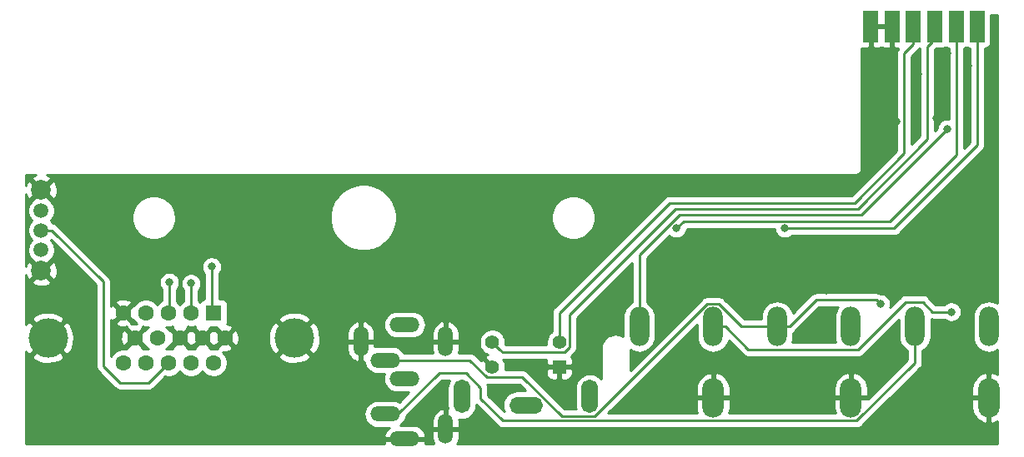
<source format=gbl>
G04 #@! TF.GenerationSoftware,KiCad,Pcbnew,(5.1.0)-1*
G04 #@! TF.CreationDate,2019-08-02T10:45:09-04:00*
G04 #@! TF.ProjectId,PSX Breakout,50535820-4272-4656-916b-6f75742e6b69,rev?*
G04 #@! TF.SameCoordinates,Original*
G04 #@! TF.FileFunction,Copper,L2,Bot*
G04 #@! TF.FilePolarity,Positive*
%FSLAX46Y46*%
G04 Gerber Fmt 4.6, Leading zero omitted, Abs format (unit mm)*
G04 Created by KiCad (PCBNEW (5.1.0)-1) date 2019-08-02 10:45:09*
%MOMM*%
%LPD*%
G04 APERTURE LIST*
%ADD10C,1.408000*%
%ADD11R,1.408000X1.408000*%
%ADD12O,1.700000X3.400000*%
%ADD13O,3.400000X1.700000*%
%ADD14O,2.200000X4.000000*%
%ADD15O,2.000000X4.000000*%
%ADD16R,1.500000X3.200000*%
%ADD17C,2.000000*%
%ADD18C,1.500000*%
%ADD19O,3.016000X1.508000*%
%ADD20O,1.508000X3.016000*%
%ADD21R,1.600000X1.600000*%
%ADD22C,1.600000*%
%ADD23C,4.000000*%
%ADD24C,0.800000*%
%ADD25C,0.250000*%
%ADD26C,0.254000*%
G04 APERTURE END LIST*
D10*
X138000000Y-93900000D03*
X138000000Y-96400000D03*
D11*
X144800000Y-96400000D03*
D10*
X144800000Y-93900000D03*
D12*
X134900000Y-99400000D03*
D13*
X141400000Y-100300000D03*
D12*
X147900000Y-99400000D03*
D14*
X188410000Y-99550000D03*
X174410000Y-99550000D03*
X160410000Y-99550000D03*
D15*
X188410000Y-92300000D03*
X180910000Y-92300000D03*
X152910000Y-92300000D03*
X160410000Y-92300000D03*
X166910000Y-92300000D03*
X174410000Y-92300000D03*
D16*
X176430000Y-61750000D03*
X178593636Y-61750000D03*
X180757272Y-61750000D03*
X182920908Y-61750000D03*
X185084544Y-61750000D03*
X187248180Y-61750000D03*
D17*
X92200000Y-78400000D03*
X92200000Y-86600000D03*
D18*
X92200000Y-84500000D03*
X92200000Y-82500000D03*
X92200000Y-80500000D03*
D19*
X127100000Y-95700000D03*
X127100000Y-101200000D03*
X129100000Y-103700000D03*
X129100000Y-97600000D03*
X129100000Y-92100000D03*
D20*
X124650000Y-93800000D03*
X133250000Y-93800000D03*
X133250000Y-102700000D03*
D21*
X109700000Y-90900000D03*
D22*
X107410000Y-90900000D03*
X105120000Y-90900000D03*
X102830000Y-90900000D03*
X100540000Y-90900000D03*
X110845000Y-93440000D03*
X108555000Y-93440000D03*
X106265000Y-93440000D03*
X103975000Y-93440000D03*
X101685000Y-93440000D03*
X109700000Y-95980000D03*
X107410000Y-95980000D03*
X105120000Y-95980000D03*
X102830000Y-95980000D03*
X100540000Y-95980000D03*
D23*
X92885000Y-93440000D03*
X117885000Y-93440000D03*
D24*
X167700000Y-82300000D03*
X109500000Y-86200000D03*
X184600000Y-90800000D03*
X107400000Y-87900000D03*
X156700000Y-82300000D03*
X105200000Y-87800000D03*
X138000000Y-99200000D03*
X184200000Y-64500000D03*
X187300000Y-78700000D03*
X179900000Y-84100000D03*
X175400000Y-84800000D03*
X164400000Y-89800000D03*
X168600000Y-84200000D03*
X157500000Y-84000000D03*
X156300000Y-90700000D03*
X150900000Y-89600000D03*
X140100000Y-80800000D03*
X135100000Y-81000000D03*
X130200000Y-80900000D03*
X120000000Y-82400000D03*
X115100000Y-84600000D03*
X108500000Y-80100000D03*
X96100000Y-87100000D03*
X171900000Y-88600000D03*
X170800000Y-91800000D03*
X177474990Y-72000000D03*
X179000000Y-71400000D03*
X181200000Y-66600000D03*
X181000000Y-72000000D03*
X183100000Y-71100000D03*
X186300000Y-65800000D03*
X177400000Y-90000000D03*
X184200000Y-72200000D03*
D25*
X187248180Y-61750000D02*
X187248180Y-73851820D01*
X187248180Y-73851820D02*
X178800000Y-82300000D01*
X178800000Y-82300000D02*
X167700000Y-82300000D01*
X188410000Y-92300000D02*
X188800000Y-92300000D01*
X109500000Y-90700000D02*
X109700000Y-90900000D01*
X109500000Y-86200000D02*
X109500000Y-90700000D01*
X182700000Y-90800000D02*
X181700000Y-89800000D01*
X184600000Y-90800000D02*
X182700000Y-90800000D01*
X181700000Y-89800000D02*
X180000000Y-89800000D01*
X180000000Y-89800000D02*
X175174990Y-94625010D01*
X175174990Y-94625010D02*
X163985010Y-94625010D01*
X161660000Y-92300000D02*
X160410000Y-92300000D01*
X163985010Y-94625010D02*
X161660000Y-92300000D01*
X107400000Y-90890000D02*
X107410000Y-90900000D01*
X107400000Y-87900000D02*
X107400000Y-90890000D01*
X185084544Y-61750000D02*
X185084544Y-74815456D01*
X157425001Y-81574999D02*
X156700000Y-82300000D01*
X185084544Y-74815456D02*
X178325001Y-81574999D01*
X178325001Y-81574999D02*
X157425001Y-81574999D01*
X105200000Y-90820000D02*
X105120000Y-90900000D01*
X105200000Y-87800000D02*
X105200000Y-90820000D01*
X128400000Y-101200000D02*
X127100000Y-101200000D01*
X132600000Y-97000000D02*
X128400000Y-101200000D01*
X135300000Y-97000000D02*
X132600000Y-97000000D01*
X180910000Y-95965268D02*
X175000258Y-101875010D01*
X175000258Y-101875010D02*
X139075010Y-101875010D01*
X180910000Y-92300000D02*
X180910000Y-95965268D01*
X139075010Y-101875010D02*
X136800000Y-99600000D01*
X136800000Y-99600000D02*
X136800000Y-98500000D01*
X136800000Y-98500000D02*
X135300000Y-97000000D01*
X168160000Y-92300000D02*
X170859999Y-89600001D01*
X170859999Y-89600001D02*
X177000001Y-89600001D01*
X177000001Y-89600001D02*
X177400000Y-90000000D01*
X166910000Y-92300000D02*
X168160000Y-92300000D01*
X137429001Y-97429001D02*
X135700000Y-95700000D01*
X141040716Y-97429001D02*
X137429001Y-97429001D01*
X128858000Y-95700000D02*
X127100000Y-95700000D01*
X163283847Y-92300000D02*
X160958837Y-89974990D01*
X166910000Y-92300000D02*
X163283847Y-92300000D01*
X160958837Y-89974990D02*
X159836725Y-89974990D01*
X159836725Y-89974990D02*
X148386705Y-101425010D01*
X135700000Y-95700000D02*
X128858000Y-95700000D01*
X148386705Y-101425010D02*
X145036725Y-101425010D01*
X145036725Y-101425010D02*
X141040716Y-97429001D01*
X144800000Y-92904394D02*
X144800000Y-93900000D01*
X144800000Y-90900000D02*
X144800000Y-92904394D01*
X180700000Y-61807272D02*
X180700000Y-63600000D01*
X180757272Y-61750000D02*
X180700000Y-61807272D01*
X156000000Y-79700000D02*
X144800000Y-90900000D01*
X180700000Y-63600000D02*
X179800000Y-64500000D01*
X179800000Y-64500000D02*
X179800000Y-74700000D01*
X179800000Y-74700000D02*
X174800000Y-79700000D01*
X174800000Y-79700000D02*
X156000000Y-79700000D01*
X175500000Y-80900000D02*
X183800001Y-72599999D01*
X183800001Y-72599999D02*
X184200000Y-72200000D01*
X152910000Y-85016998D02*
X157026998Y-80900000D01*
X157026998Y-80900000D02*
X175500000Y-80900000D01*
X152910000Y-92300000D02*
X152910000Y-85016998D01*
X139029001Y-94929001D02*
X138703999Y-94603999D01*
X145293921Y-94929001D02*
X139029001Y-94929001D01*
X145829001Y-94393921D02*
X145293921Y-94929001D01*
X182200000Y-63800000D02*
X182200000Y-73200000D01*
X182700000Y-63300000D02*
X182200000Y-63800000D01*
X138703999Y-94603999D02*
X138000000Y-93900000D01*
X182200000Y-73200000D02*
X175100000Y-80300000D01*
X175100000Y-80300000D02*
X156600000Y-80300000D01*
X156600000Y-80300000D02*
X145829001Y-91070999D01*
X145829001Y-91070999D02*
X145829001Y-94393921D01*
X104320001Y-96779999D02*
X105120000Y-95980000D01*
X93260660Y-82500000D02*
X98500000Y-87739340D01*
X92200000Y-82500000D02*
X93260660Y-82500000D01*
X98500000Y-87739340D02*
X98500000Y-96300000D01*
X98500000Y-96300000D02*
X100200000Y-98000000D01*
X100200000Y-98000000D02*
X103100000Y-98000000D01*
X103100000Y-98000000D02*
X104320001Y-96779999D01*
D26*
G36*
X189294001Y-76167572D02*
G01*
X189294000Y-76167582D01*
X189294000Y-89918602D01*
X189038714Y-89782148D01*
X188730515Y-89688657D01*
X188410000Y-89657089D01*
X188089484Y-89688657D01*
X187781285Y-89782148D01*
X187497248Y-89933969D01*
X187248286Y-90138286D01*
X187043969Y-90387249D01*
X186892148Y-90671286D01*
X186798657Y-90979485D01*
X186775000Y-91219679D01*
X186775001Y-93380322D01*
X186798658Y-93620516D01*
X186892149Y-93928715D01*
X187043970Y-94212752D01*
X187248287Y-94461714D01*
X187497249Y-94666031D01*
X187781286Y-94817852D01*
X188089485Y-94911343D01*
X188410000Y-94942911D01*
X188730516Y-94911343D01*
X189038715Y-94817852D01*
X189294001Y-94681399D01*
X189294001Y-97154953D01*
X189268317Y-97136843D01*
X188956622Y-96998469D01*
X188806122Y-96960825D01*
X188537000Y-97078875D01*
X188537000Y-99423000D01*
X188557000Y-99423000D01*
X188557000Y-99677000D01*
X188537000Y-99677000D01*
X188537000Y-102021125D01*
X188806122Y-102139175D01*
X188956622Y-102101531D01*
X189268317Y-101963157D01*
X189294001Y-101945047D01*
X189294001Y-104200000D01*
X134420753Y-104200000D01*
X134484668Y-104102880D01*
X134587534Y-103849540D01*
X134639000Y-103581000D01*
X134639000Y-102827000D01*
X133377000Y-102827000D01*
X133377000Y-102847000D01*
X133123000Y-102847000D01*
X133123000Y-102827000D01*
X131861000Y-102827000D01*
X131861000Y-103581000D01*
X131912466Y-103849540D01*
X132015332Y-104102880D01*
X132079247Y-104200000D01*
X131149631Y-104200000D01*
X131185870Y-104114215D01*
X131200286Y-104041814D01*
X131077677Y-103827000D01*
X129227000Y-103827000D01*
X129227000Y-103847000D01*
X128973000Y-103847000D01*
X128973000Y-103827000D01*
X127122323Y-103827000D01*
X126999714Y-104041814D01*
X127014130Y-104114215D01*
X127050369Y-104200000D01*
X90614000Y-104200000D01*
X90614000Y-95287499D01*
X91217106Y-95287499D01*
X91433228Y-95654258D01*
X91893105Y-95894938D01*
X92391098Y-96041275D01*
X92908071Y-96087648D01*
X93424159Y-96032273D01*
X93919526Y-95877279D01*
X94336772Y-95654258D01*
X94552894Y-95287499D01*
X92885000Y-93619605D01*
X91217106Y-95287499D01*
X90614000Y-95287499D01*
X90614000Y-94785614D01*
X90670742Y-94891772D01*
X91037501Y-95107894D01*
X92705395Y-93440000D01*
X93064605Y-93440000D01*
X94732499Y-95107894D01*
X95099258Y-94891772D01*
X95339938Y-94431895D01*
X95486275Y-93933902D01*
X95532648Y-93416929D01*
X95477273Y-92900841D01*
X95322279Y-92405474D01*
X95099258Y-91988228D01*
X94732499Y-91772106D01*
X93064605Y-93440000D01*
X92705395Y-93440000D01*
X91037501Y-91772106D01*
X90670742Y-91988228D01*
X90614000Y-92096647D01*
X90614000Y-91592501D01*
X91217106Y-91592501D01*
X92885000Y-93260395D01*
X94552894Y-91592501D01*
X94336772Y-91225742D01*
X93876895Y-90985062D01*
X93378902Y-90838725D01*
X92861929Y-90792352D01*
X92345841Y-90847727D01*
X91850474Y-91002721D01*
X91433228Y-91225742D01*
X91217106Y-91592501D01*
X90614000Y-91592501D01*
X90614000Y-87735413D01*
X91244192Y-87735413D01*
X91339956Y-87999814D01*
X91629571Y-88140704D01*
X91941108Y-88222384D01*
X92262595Y-88241718D01*
X92581675Y-88197961D01*
X92886088Y-88092795D01*
X93060044Y-87999814D01*
X93155808Y-87735413D01*
X92200000Y-86779605D01*
X91244192Y-87735413D01*
X90614000Y-87735413D01*
X90614000Y-87016297D01*
X90707205Y-87286088D01*
X90800186Y-87460044D01*
X91064587Y-87555808D01*
X92020395Y-86600000D01*
X92379605Y-86600000D01*
X93335413Y-87555808D01*
X93599814Y-87460044D01*
X93740704Y-87170429D01*
X93822384Y-86858892D01*
X93841718Y-86537405D01*
X93797961Y-86218325D01*
X93692795Y-85913912D01*
X93599814Y-85739956D01*
X93335413Y-85644192D01*
X92379605Y-86600000D01*
X92020395Y-86600000D01*
X91064587Y-85644192D01*
X90800186Y-85739956D01*
X90659296Y-86029571D01*
X90614000Y-86202335D01*
X90614000Y-80363589D01*
X90815000Y-80363589D01*
X90815000Y-80636411D01*
X90868225Y-80903989D01*
X90972629Y-81156043D01*
X91124201Y-81382886D01*
X91241315Y-81500000D01*
X91124201Y-81617114D01*
X90972629Y-81843957D01*
X90868225Y-82096011D01*
X90815000Y-82363589D01*
X90815000Y-82636411D01*
X90868225Y-82903989D01*
X90972629Y-83156043D01*
X91124201Y-83382886D01*
X91241315Y-83500000D01*
X91124201Y-83617114D01*
X90972629Y-83843957D01*
X90868225Y-84096011D01*
X90815000Y-84363589D01*
X90815000Y-84636411D01*
X90868225Y-84903989D01*
X90972629Y-85156043D01*
X91124201Y-85382886D01*
X91317114Y-85575799D01*
X91432508Y-85652903D01*
X92200000Y-86420395D01*
X92967492Y-85652903D01*
X93082886Y-85575799D01*
X93275799Y-85382886D01*
X93427371Y-85156043D01*
X93531775Y-84903989D01*
X93585000Y-84636411D01*
X93585000Y-84363589D01*
X93531775Y-84096011D01*
X93427371Y-83843957D01*
X93275799Y-83617114D01*
X93158685Y-83500000D01*
X93172272Y-83486413D01*
X97740000Y-88054142D01*
X97740001Y-96262668D01*
X97736324Y-96300000D01*
X97740001Y-96337333D01*
X97746720Y-96405546D01*
X97750998Y-96448985D01*
X97794454Y-96592246D01*
X97865026Y-96724276D01*
X97922270Y-96794027D01*
X97960000Y-96840001D01*
X97988998Y-96863799D01*
X99636201Y-98511003D01*
X99659999Y-98540001D01*
X99688997Y-98563799D01*
X99775723Y-98634974D01*
X99801936Y-98648985D01*
X99907753Y-98705546D01*
X100051014Y-98749003D01*
X100162667Y-98760000D01*
X100162676Y-98760000D01*
X100199999Y-98763676D01*
X100237322Y-98760000D01*
X103062678Y-98760000D01*
X103100000Y-98763676D01*
X103137322Y-98760000D01*
X103137333Y-98760000D01*
X103248986Y-98749003D01*
X103392247Y-98705546D01*
X103524276Y-98634974D01*
X103640001Y-98540001D01*
X103663804Y-98510997D01*
X104796114Y-97378688D01*
X104978665Y-97415000D01*
X105261335Y-97415000D01*
X105538574Y-97359853D01*
X105799727Y-97251680D01*
X106034759Y-97094637D01*
X106234637Y-96894759D01*
X106265000Y-96849317D01*
X106295363Y-96894759D01*
X106495241Y-97094637D01*
X106730273Y-97251680D01*
X106991426Y-97359853D01*
X107268665Y-97415000D01*
X107551335Y-97415000D01*
X107828574Y-97359853D01*
X108089727Y-97251680D01*
X108324759Y-97094637D01*
X108524637Y-96894759D01*
X108555000Y-96849317D01*
X108585363Y-96894759D01*
X108785241Y-97094637D01*
X109020273Y-97251680D01*
X109281426Y-97359853D01*
X109558665Y-97415000D01*
X109841335Y-97415000D01*
X110118574Y-97359853D01*
X110379727Y-97251680D01*
X110614759Y-97094637D01*
X110814637Y-96894759D01*
X110971680Y-96659727D01*
X111079853Y-96398574D01*
X111135000Y-96121335D01*
X111135000Y-95838665D01*
X111079853Y-95561426D01*
X110971680Y-95300273D01*
X110963145Y-95287499D01*
X116217106Y-95287499D01*
X116433228Y-95654258D01*
X116893105Y-95894938D01*
X117391098Y-96041275D01*
X117908071Y-96087648D01*
X118424159Y-96032273D01*
X118919526Y-95877279D01*
X119336772Y-95654258D01*
X119552894Y-95287499D01*
X117885000Y-93619605D01*
X116217106Y-95287499D01*
X110963145Y-95287499D01*
X110814637Y-95065241D01*
X110614759Y-94865363D01*
X110605941Y-94859471D01*
X110633184Y-94866300D01*
X110915512Y-94880217D01*
X111195130Y-94838787D01*
X111461292Y-94743603D01*
X111586514Y-94676671D01*
X111658097Y-94432702D01*
X110845000Y-93619605D01*
X110031903Y-94432702D01*
X110078706Y-94592217D01*
X109841335Y-94545000D01*
X109558665Y-94545000D01*
X109321294Y-94592217D01*
X109368097Y-94432702D01*
X108555000Y-93619605D01*
X107741903Y-94432702D01*
X107788706Y-94592217D01*
X107551335Y-94545000D01*
X107268665Y-94545000D01*
X107031294Y-94592217D01*
X107078097Y-94432702D01*
X106265000Y-93619605D01*
X105451903Y-94432702D01*
X105498706Y-94592217D01*
X105261335Y-94545000D01*
X104978665Y-94545000D01*
X104872609Y-94566096D01*
X104889759Y-94554637D01*
X105089637Y-94354759D01*
X105176372Y-94224951D01*
X105272298Y-94253097D01*
X106085395Y-93440000D01*
X106444605Y-93440000D01*
X107257702Y-94253097D01*
X107410000Y-94208411D01*
X107562298Y-94253097D01*
X108375395Y-93440000D01*
X108734605Y-93440000D01*
X109547702Y-94253097D01*
X109700000Y-94208411D01*
X109852298Y-94253097D01*
X110665395Y-93440000D01*
X111024605Y-93440000D01*
X111837702Y-94253097D01*
X112081671Y-94181514D01*
X112202571Y-93926004D01*
X112271300Y-93651816D01*
X112280603Y-93463071D01*
X115237352Y-93463071D01*
X115292727Y-93979159D01*
X115447721Y-94474526D01*
X115670742Y-94891772D01*
X116037501Y-95107894D01*
X117705395Y-93440000D01*
X118064605Y-93440000D01*
X119732499Y-95107894D01*
X120099258Y-94891772D01*
X120339938Y-94431895D01*
X120486275Y-93933902D01*
X120486894Y-93927000D01*
X123261000Y-93927000D01*
X123261000Y-94681000D01*
X123312466Y-94949540D01*
X123415332Y-95202880D01*
X123565646Y-95431284D01*
X123757631Y-95625974D01*
X123983909Y-95779469D01*
X124235785Y-95885870D01*
X124308186Y-95900286D01*
X124523000Y-95777677D01*
X124523000Y-93927000D01*
X123261000Y-93927000D01*
X120486894Y-93927000D01*
X120532648Y-93416929D01*
X120479222Y-92919000D01*
X123261000Y-92919000D01*
X123261000Y-93673000D01*
X124523000Y-93673000D01*
X124523000Y-91822323D01*
X124777000Y-91822323D01*
X124777000Y-93673000D01*
X126039000Y-93673000D01*
X126039000Y-92919000D01*
X125987534Y-92650460D01*
X125884668Y-92397120D01*
X125734354Y-92168716D01*
X125666593Y-92100000D01*
X126950280Y-92100000D01*
X126977098Y-92372291D01*
X127056523Y-92634119D01*
X127185501Y-92875420D01*
X127359077Y-93086923D01*
X127570580Y-93260499D01*
X127811881Y-93389477D01*
X128073709Y-93468902D01*
X128277770Y-93489000D01*
X129922230Y-93489000D01*
X130126291Y-93468902D01*
X130388119Y-93389477D01*
X130629420Y-93260499D01*
X130840923Y-93086923D01*
X130978733Y-92919000D01*
X131861000Y-92919000D01*
X131861000Y-93673000D01*
X133123000Y-93673000D01*
X133123000Y-91822323D01*
X133377000Y-91822323D01*
X133377000Y-93673000D01*
X134639000Y-93673000D01*
X134639000Y-92919000D01*
X134587534Y-92650460D01*
X134484668Y-92397120D01*
X134334354Y-92168716D01*
X134142369Y-91974026D01*
X133916091Y-91820531D01*
X133664215Y-91714130D01*
X133591814Y-91699714D01*
X133377000Y-91822323D01*
X133123000Y-91822323D01*
X132908186Y-91699714D01*
X132835785Y-91714130D01*
X132583909Y-91820531D01*
X132357631Y-91974026D01*
X132165646Y-92168716D01*
X132015332Y-92397120D01*
X131912466Y-92650460D01*
X131861000Y-92919000D01*
X130978733Y-92919000D01*
X131014499Y-92875420D01*
X131143477Y-92634119D01*
X131222902Y-92372291D01*
X131249720Y-92100000D01*
X131222902Y-91827709D01*
X131143477Y-91565881D01*
X131014499Y-91324580D01*
X130840923Y-91113077D01*
X130629420Y-90939501D01*
X130388119Y-90810523D01*
X130126291Y-90731098D01*
X129922230Y-90711000D01*
X128277770Y-90711000D01*
X128073709Y-90731098D01*
X127811881Y-90810523D01*
X127570580Y-90939501D01*
X127359077Y-91113077D01*
X127185501Y-91324580D01*
X127056523Y-91565881D01*
X126977098Y-91827709D01*
X126950280Y-92100000D01*
X125666593Y-92100000D01*
X125542369Y-91974026D01*
X125316091Y-91820531D01*
X125064215Y-91714130D01*
X124991814Y-91699714D01*
X124777000Y-91822323D01*
X124523000Y-91822323D01*
X124308186Y-91699714D01*
X124235785Y-91714130D01*
X123983909Y-91820531D01*
X123757631Y-91974026D01*
X123565646Y-92168716D01*
X123415332Y-92397120D01*
X123312466Y-92650460D01*
X123261000Y-92919000D01*
X120479222Y-92919000D01*
X120477273Y-92900841D01*
X120322279Y-92405474D01*
X120099258Y-91988228D01*
X119732499Y-91772106D01*
X118064605Y-93440000D01*
X117705395Y-93440000D01*
X116037501Y-91772106D01*
X115670742Y-91988228D01*
X115430062Y-92448105D01*
X115283725Y-92946098D01*
X115237352Y-93463071D01*
X112280603Y-93463071D01*
X112285217Y-93369488D01*
X112243787Y-93089870D01*
X112148603Y-92823708D01*
X112081671Y-92698486D01*
X111837702Y-92626903D01*
X111024605Y-93440000D01*
X110665395Y-93440000D01*
X109852298Y-92626903D01*
X109700000Y-92671589D01*
X109547702Y-92626903D01*
X108734605Y-93440000D01*
X108375395Y-93440000D01*
X107562298Y-92626903D01*
X107410000Y-92671589D01*
X107257702Y-92626903D01*
X106444605Y-93440000D01*
X106085395Y-93440000D01*
X105272298Y-92626903D01*
X105176372Y-92655049D01*
X105089637Y-92525241D01*
X104889759Y-92325363D01*
X104872609Y-92313904D01*
X104978665Y-92335000D01*
X105261335Y-92335000D01*
X105498706Y-92287783D01*
X105451903Y-92447298D01*
X106265000Y-93260395D01*
X107078097Y-92447298D01*
X107031294Y-92287783D01*
X107268665Y-92335000D01*
X107551335Y-92335000D01*
X107788706Y-92287783D01*
X107741903Y-92447298D01*
X108555000Y-93260395D01*
X109368097Y-92447298D01*
X109336049Y-92338072D01*
X110063951Y-92338072D01*
X110031903Y-92447298D01*
X110845000Y-93260395D01*
X111658097Y-92447298D01*
X111586514Y-92203329D01*
X111331004Y-92082429D01*
X111056816Y-92013700D01*
X111052457Y-92013485D01*
X111089502Y-91944180D01*
X111125812Y-91824482D01*
X111138072Y-91700000D01*
X111138072Y-91592501D01*
X116217106Y-91592501D01*
X117885000Y-93260395D01*
X119552894Y-91592501D01*
X119336772Y-91225742D01*
X118876895Y-90985062D01*
X118378902Y-90838725D01*
X117861929Y-90792352D01*
X117345841Y-90847727D01*
X116850474Y-91002721D01*
X116433228Y-91225742D01*
X116217106Y-91592501D01*
X111138072Y-91592501D01*
X111138072Y-90100000D01*
X111125812Y-89975518D01*
X111089502Y-89855820D01*
X111030537Y-89745506D01*
X110951185Y-89648815D01*
X110854494Y-89569463D01*
X110744180Y-89510498D01*
X110624482Y-89474188D01*
X110500000Y-89461928D01*
X110260000Y-89461928D01*
X110260000Y-86903711D01*
X110303937Y-86859774D01*
X110417205Y-86690256D01*
X110495226Y-86501898D01*
X110535000Y-86301939D01*
X110535000Y-86098061D01*
X110495226Y-85898102D01*
X110417205Y-85709744D01*
X110303937Y-85540226D01*
X110159774Y-85396063D01*
X109990256Y-85282795D01*
X109801898Y-85204774D01*
X109601939Y-85165000D01*
X109398061Y-85165000D01*
X109198102Y-85204774D01*
X109009744Y-85282795D01*
X108840226Y-85396063D01*
X108696063Y-85540226D01*
X108582795Y-85709744D01*
X108504774Y-85898102D01*
X108465000Y-86098061D01*
X108465000Y-86301939D01*
X108504774Y-86501898D01*
X108582795Y-86690256D01*
X108696063Y-86859774D01*
X108740000Y-86903711D01*
X108740001Y-89484962D01*
X108655820Y-89510498D01*
X108545506Y-89569463D01*
X108448815Y-89648815D01*
X108369463Y-89745506D01*
X108340008Y-89800612D01*
X108324759Y-89785363D01*
X108160000Y-89675275D01*
X108160000Y-88603711D01*
X108203937Y-88559774D01*
X108317205Y-88390256D01*
X108395226Y-88201898D01*
X108435000Y-88001939D01*
X108435000Y-87798061D01*
X108395226Y-87598102D01*
X108317205Y-87409744D01*
X108203937Y-87240226D01*
X108059774Y-87096063D01*
X107890256Y-86982795D01*
X107701898Y-86904774D01*
X107501939Y-86865000D01*
X107298061Y-86865000D01*
X107098102Y-86904774D01*
X106909744Y-86982795D01*
X106740226Y-87096063D01*
X106596063Y-87240226D01*
X106482795Y-87409744D01*
X106404774Y-87598102D01*
X106365000Y-87798061D01*
X106365000Y-88001939D01*
X106404774Y-88201898D01*
X106482795Y-88390256D01*
X106596063Y-88559774D01*
X106640000Y-88603711D01*
X106640001Y-89688638D01*
X106495241Y-89785363D01*
X106295363Y-89985241D01*
X106265000Y-90030683D01*
X106234637Y-89985241D01*
X106034759Y-89785363D01*
X105960000Y-89735411D01*
X105960000Y-88503711D01*
X106003937Y-88459774D01*
X106117205Y-88290256D01*
X106195226Y-88101898D01*
X106235000Y-87901939D01*
X106235000Y-87698061D01*
X106195226Y-87498102D01*
X106117205Y-87309744D01*
X106003937Y-87140226D01*
X105859774Y-86996063D01*
X105690256Y-86882795D01*
X105501898Y-86804774D01*
X105301939Y-86765000D01*
X105098061Y-86765000D01*
X104898102Y-86804774D01*
X104709744Y-86882795D01*
X104540226Y-86996063D01*
X104396063Y-87140226D01*
X104282795Y-87309744D01*
X104204774Y-87498102D01*
X104165000Y-87698061D01*
X104165000Y-87901939D01*
X104204774Y-88101898D01*
X104282795Y-88290256D01*
X104396063Y-88459774D01*
X104440000Y-88503711D01*
X104440001Y-89628502D01*
X104205241Y-89785363D01*
X104005363Y-89985241D01*
X103975000Y-90030683D01*
X103944637Y-89985241D01*
X103744759Y-89785363D01*
X103509727Y-89628320D01*
X103248574Y-89520147D01*
X102971335Y-89465000D01*
X102688665Y-89465000D01*
X102411426Y-89520147D01*
X102150273Y-89628320D01*
X101915241Y-89785363D01*
X101715363Y-89985241D01*
X101628628Y-90115049D01*
X101532702Y-90086903D01*
X100719605Y-90900000D01*
X101532702Y-91713097D01*
X101628628Y-91684951D01*
X101715363Y-91814759D01*
X101915241Y-92014637D01*
X101924059Y-92020529D01*
X101896816Y-92013700D01*
X101614488Y-91999783D01*
X101334870Y-92041213D01*
X101306551Y-92051340D01*
X101353097Y-91892702D01*
X100540000Y-91079605D01*
X99726903Y-91892702D01*
X99798486Y-92136671D01*
X100053996Y-92257571D01*
X100328184Y-92326300D01*
X100610512Y-92340217D01*
X100890130Y-92298787D01*
X100918449Y-92288660D01*
X100871903Y-92447298D01*
X101685000Y-93260395D01*
X102498097Y-92447298D01*
X102451294Y-92287783D01*
X102688665Y-92335000D01*
X102971335Y-92335000D01*
X103077391Y-92313904D01*
X103060241Y-92325363D01*
X102860363Y-92525241D01*
X102773628Y-92655049D01*
X102677702Y-92626903D01*
X101864605Y-93440000D01*
X102677702Y-94253097D01*
X102773628Y-94224951D01*
X102860363Y-94354759D01*
X103060241Y-94554637D01*
X103077391Y-94566096D01*
X102971335Y-94545000D01*
X102688665Y-94545000D01*
X102451294Y-94592217D01*
X102498097Y-94432702D01*
X101685000Y-93619605D01*
X100871903Y-94432702D01*
X100918706Y-94592217D01*
X100681335Y-94545000D01*
X100398665Y-94545000D01*
X100121426Y-94600147D01*
X99860273Y-94708320D01*
X99625241Y-94865363D01*
X99425363Y-95065241D01*
X99268320Y-95300273D01*
X99260000Y-95320359D01*
X99260000Y-93510512D01*
X100244783Y-93510512D01*
X100286213Y-93790130D01*
X100381397Y-94056292D01*
X100448329Y-94181514D01*
X100692298Y-94253097D01*
X101505395Y-93440000D01*
X100692298Y-92626903D01*
X100448329Y-92698486D01*
X100327429Y-92953996D01*
X100258700Y-93228184D01*
X100244783Y-93510512D01*
X99260000Y-93510512D01*
X99260000Y-91560450D01*
X99303329Y-91641514D01*
X99547298Y-91713097D01*
X100360395Y-90900000D01*
X99547298Y-90086903D01*
X99303329Y-90158486D01*
X99260000Y-90250057D01*
X99260000Y-89907298D01*
X99726903Y-89907298D01*
X100540000Y-90720395D01*
X101353097Y-89907298D01*
X101281514Y-89663329D01*
X101026004Y-89542429D01*
X100751816Y-89473700D01*
X100469488Y-89459783D01*
X100189870Y-89501213D01*
X99923708Y-89596397D01*
X99798486Y-89663329D01*
X99726903Y-89907298D01*
X99260000Y-89907298D01*
X99260000Y-87776665D01*
X99263676Y-87739340D01*
X99260000Y-87702015D01*
X99260000Y-87702007D01*
X99249003Y-87590354D01*
X99205546Y-87447093D01*
X99134974Y-87315064D01*
X99040001Y-87199339D01*
X99011004Y-87175542D01*
X93824464Y-81989003D01*
X93800661Y-81959999D01*
X93684936Y-81865026D01*
X93552907Y-81794454D01*
X93409646Y-81750997D01*
X93362130Y-81746317D01*
X93275799Y-81617114D01*
X93158685Y-81500000D01*
X93275799Y-81382886D01*
X93427371Y-81156043D01*
X93500343Y-80979872D01*
X101365000Y-80979872D01*
X101365000Y-81420128D01*
X101450890Y-81851925D01*
X101619369Y-82258669D01*
X101863962Y-82624729D01*
X102175271Y-82936038D01*
X102541331Y-83180631D01*
X102948075Y-83349110D01*
X103379872Y-83435000D01*
X103820128Y-83435000D01*
X104251925Y-83349110D01*
X104658669Y-83180631D01*
X105024729Y-82936038D01*
X105336038Y-82624729D01*
X105580631Y-82258669D01*
X105749110Y-81851925D01*
X105835000Y-81420128D01*
X105835000Y-80979872D01*
X105812471Y-80866607D01*
X121515000Y-80866607D01*
X121515000Y-81533393D01*
X121645083Y-82187368D01*
X121900252Y-82803399D01*
X122270698Y-83357812D01*
X122742188Y-83829302D01*
X123296601Y-84199748D01*
X123912632Y-84454917D01*
X124566607Y-84585000D01*
X125233393Y-84585000D01*
X125887368Y-84454917D01*
X126503399Y-84199748D01*
X127057812Y-83829302D01*
X127529302Y-83357812D01*
X127899748Y-82803399D01*
X128154917Y-82187368D01*
X128285000Y-81533393D01*
X128285000Y-80979872D01*
X143965000Y-80979872D01*
X143965000Y-81420128D01*
X144050890Y-81851925D01*
X144219369Y-82258669D01*
X144463962Y-82624729D01*
X144775271Y-82936038D01*
X145141331Y-83180631D01*
X145548075Y-83349110D01*
X145979872Y-83435000D01*
X146420128Y-83435000D01*
X146851925Y-83349110D01*
X147258669Y-83180631D01*
X147624729Y-82936038D01*
X147936038Y-82624729D01*
X148180631Y-82258669D01*
X148349110Y-81851925D01*
X148435000Y-81420128D01*
X148435000Y-80979872D01*
X148349110Y-80548075D01*
X148180631Y-80141331D01*
X147936038Y-79775271D01*
X147624729Y-79463962D01*
X147258669Y-79219369D01*
X146851925Y-79050890D01*
X146420128Y-78965000D01*
X145979872Y-78965000D01*
X145548075Y-79050890D01*
X145141331Y-79219369D01*
X144775271Y-79463962D01*
X144463962Y-79775271D01*
X144219369Y-80141331D01*
X144050890Y-80548075D01*
X143965000Y-80979872D01*
X128285000Y-80979872D01*
X128285000Y-80866607D01*
X128154917Y-80212632D01*
X127899748Y-79596601D01*
X127529302Y-79042188D01*
X127057812Y-78570698D01*
X126503399Y-78200252D01*
X125887368Y-77945083D01*
X125233393Y-77815000D01*
X124566607Y-77815000D01*
X123912632Y-77945083D01*
X123296601Y-78200252D01*
X122742188Y-78570698D01*
X122270698Y-79042188D01*
X121900252Y-79596601D01*
X121645083Y-80212632D01*
X121515000Y-80866607D01*
X105812471Y-80866607D01*
X105749110Y-80548075D01*
X105580631Y-80141331D01*
X105336038Y-79775271D01*
X105024729Y-79463962D01*
X104658669Y-79219369D01*
X104251925Y-79050890D01*
X103820128Y-78965000D01*
X103379872Y-78965000D01*
X102948075Y-79050890D01*
X102541331Y-79219369D01*
X102175271Y-79463962D01*
X101863962Y-79775271D01*
X101619369Y-80141331D01*
X101450890Y-80548075D01*
X101365000Y-80979872D01*
X93500343Y-80979872D01*
X93531775Y-80903989D01*
X93585000Y-80636411D01*
X93585000Y-80363589D01*
X93531775Y-80096011D01*
X93427371Y-79843957D01*
X93275799Y-79617114D01*
X93082886Y-79424201D01*
X92967492Y-79347097D01*
X92200000Y-78579605D01*
X91432508Y-79347097D01*
X91317114Y-79424201D01*
X91124201Y-79617114D01*
X90972629Y-79843957D01*
X90868225Y-80096011D01*
X90815000Y-80363589D01*
X90614000Y-80363589D01*
X90614000Y-78816297D01*
X90707205Y-79086088D01*
X90800186Y-79260044D01*
X91064587Y-79355808D01*
X92020395Y-78400000D01*
X92379605Y-78400000D01*
X93335413Y-79355808D01*
X93599814Y-79260044D01*
X93740704Y-78970429D01*
X93822384Y-78658892D01*
X93841718Y-78337405D01*
X93797961Y-78018325D01*
X93692795Y-77713912D01*
X93599814Y-77539956D01*
X93335413Y-77444192D01*
X92379605Y-78400000D01*
X92020395Y-78400000D01*
X91064587Y-77444192D01*
X90800186Y-77539956D01*
X90659296Y-77829571D01*
X90614000Y-78002335D01*
X90614000Y-76860000D01*
X91650551Y-76860000D01*
X91513912Y-76907205D01*
X91339956Y-77000186D01*
X91244192Y-77264587D01*
X92200000Y-78220395D01*
X93155808Y-77264587D01*
X93060044Y-77000186D01*
X92771876Y-76860000D01*
X174808581Y-76860000D01*
X174841000Y-76863193D01*
X174873419Y-76860000D01*
X174970383Y-76850450D01*
X175094793Y-76812710D01*
X175209450Y-76751425D01*
X175309948Y-76668948D01*
X175392425Y-76568450D01*
X175453710Y-76453793D01*
X175491450Y-76329383D01*
X175504193Y-76200000D01*
X175501000Y-76167581D01*
X175501000Y-63959274D01*
X175555518Y-63975812D01*
X175680000Y-63988072D01*
X176144250Y-63985000D01*
X176303000Y-63826250D01*
X176303000Y-61877000D01*
X176557000Y-61877000D01*
X176557000Y-63826250D01*
X176715750Y-63985000D01*
X177180000Y-63988072D01*
X177304482Y-63975812D01*
X177424180Y-63939502D01*
X177511818Y-63892658D01*
X177599456Y-63939502D01*
X177719154Y-63975812D01*
X177843636Y-63988072D01*
X178307886Y-63985000D01*
X178466636Y-63826250D01*
X178466636Y-61877000D01*
X176557000Y-61877000D01*
X176303000Y-61877000D01*
X176283000Y-61877000D01*
X176283000Y-61623000D01*
X176303000Y-61623000D01*
X176303000Y-61603000D01*
X176557000Y-61603000D01*
X176557000Y-61623000D01*
X178466636Y-61623000D01*
X178466636Y-61603000D01*
X178720636Y-61603000D01*
X178720636Y-61623000D01*
X178740636Y-61623000D01*
X178740636Y-61877000D01*
X178720636Y-61877000D01*
X178720636Y-63826250D01*
X178879386Y-63985000D01*
X179237536Y-63987370D01*
X179207249Y-64024276D01*
X179165026Y-64075724D01*
X179156195Y-64092246D01*
X179094454Y-64207754D01*
X179050997Y-64351015D01*
X179040000Y-64462668D01*
X179040000Y-64462678D01*
X179036324Y-64500000D01*
X179040000Y-64537322D01*
X179040001Y-74385197D01*
X174485199Y-78940000D01*
X156037323Y-78940000D01*
X156000000Y-78936324D01*
X155962677Y-78940000D01*
X155962667Y-78940000D01*
X155851014Y-78950997D01*
X155707753Y-78994454D01*
X155575723Y-79065026D01*
X155514830Y-79115000D01*
X155459999Y-79159999D01*
X155436201Y-79188997D01*
X144289003Y-90336196D01*
X144259999Y-90359999D01*
X144230681Y-90395724D01*
X144165026Y-90475724D01*
X144125394Y-90549870D01*
X144094454Y-90607754D01*
X144050997Y-90751015D01*
X144040000Y-90862668D01*
X144040000Y-90862678D01*
X144036324Y-90900000D01*
X144040000Y-90937323D01*
X144040001Y-92797413D01*
X143946437Y-92859931D01*
X143759931Y-93046437D01*
X143613393Y-93265746D01*
X143512457Y-93509428D01*
X143461000Y-93768120D01*
X143461000Y-94031880D01*
X143488275Y-94169001D01*
X139343802Y-94169001D01*
X139317047Y-94142246D01*
X139339000Y-94031880D01*
X139339000Y-93768120D01*
X139287543Y-93509428D01*
X139186607Y-93265746D01*
X139040069Y-93046437D01*
X138853563Y-92859931D01*
X138634254Y-92713393D01*
X138390572Y-92612457D01*
X138131880Y-92561000D01*
X137868120Y-92561000D01*
X137609428Y-92612457D01*
X137365746Y-92713393D01*
X137146437Y-92859931D01*
X136959931Y-93046437D01*
X136813393Y-93265746D01*
X136712457Y-93509428D01*
X136661000Y-93768120D01*
X136661000Y-94031880D01*
X136712457Y-94290572D01*
X136813393Y-94534254D01*
X136959931Y-94753563D01*
X137146437Y-94940069D01*
X137365746Y-95086607D01*
X137519086Y-95150122D01*
X137417236Y-95187276D01*
X137315423Y-95241695D01*
X137255477Y-95475872D01*
X138000000Y-96220395D01*
X138014143Y-96206253D01*
X138193748Y-96385858D01*
X138179605Y-96400000D01*
X138193748Y-96414143D01*
X138014143Y-96593748D01*
X138000000Y-96579605D01*
X137985858Y-96593748D01*
X137806253Y-96414143D01*
X137820395Y-96400000D01*
X137075872Y-95655477D01*
X136841695Y-95715423D01*
X136825348Y-95750546D01*
X136263804Y-95189003D01*
X136240001Y-95159999D01*
X136124276Y-95065026D01*
X135992247Y-94994454D01*
X135848986Y-94950997D01*
X135737333Y-94940000D01*
X135737322Y-94940000D01*
X135700000Y-94936324D01*
X135662678Y-94940000D01*
X134589362Y-94940000D01*
X134639000Y-94681000D01*
X134639000Y-93927000D01*
X133377000Y-93927000D01*
X133377000Y-93947000D01*
X133123000Y-93947000D01*
X133123000Y-93927000D01*
X131861000Y-93927000D01*
X131861000Y-94681000D01*
X131910638Y-94940000D01*
X129022741Y-94940000D01*
X129014499Y-94924580D01*
X128840923Y-94713077D01*
X128629420Y-94539501D01*
X128388119Y-94410523D01*
X128126291Y-94331098D01*
X127922230Y-94311000D01*
X126277770Y-94311000D01*
X126073709Y-94331098D01*
X126039000Y-94341627D01*
X126039000Y-93927000D01*
X124777000Y-93927000D01*
X124777000Y-95777677D01*
X124968707Y-95887097D01*
X124977098Y-95972291D01*
X125056523Y-96234119D01*
X125185501Y-96475420D01*
X125359077Y-96686923D01*
X125570580Y-96860499D01*
X125811881Y-96989477D01*
X126073709Y-97068902D01*
X126277770Y-97089000D01*
X127049510Y-97089000D01*
X126977098Y-97327709D01*
X126950280Y-97600000D01*
X126977098Y-97872291D01*
X127056523Y-98134119D01*
X127185501Y-98375420D01*
X127359077Y-98586923D01*
X127570580Y-98760499D01*
X127811881Y-98889477D01*
X128073709Y-98968902D01*
X128277770Y-98989000D01*
X129536199Y-98989000D01*
X128535760Y-99989439D01*
X128388119Y-99910523D01*
X128126291Y-99831098D01*
X127922230Y-99811000D01*
X126277770Y-99811000D01*
X126073709Y-99831098D01*
X125811881Y-99910523D01*
X125570580Y-100039501D01*
X125359077Y-100213077D01*
X125185501Y-100424580D01*
X125056523Y-100665881D01*
X124977098Y-100927709D01*
X124950280Y-101200000D01*
X124977098Y-101472291D01*
X125056523Y-101734119D01*
X125185501Y-101975420D01*
X125359077Y-102186923D01*
X125570580Y-102360499D01*
X125811881Y-102489477D01*
X126073709Y-102568902D01*
X126277770Y-102589000D01*
X127509205Y-102589000D01*
X127468716Y-102615646D01*
X127274026Y-102807631D01*
X127120531Y-103033909D01*
X127014130Y-103285785D01*
X126999714Y-103358186D01*
X127122323Y-103573000D01*
X128973000Y-103573000D01*
X128973000Y-103553000D01*
X129227000Y-103553000D01*
X129227000Y-103573000D01*
X131077677Y-103573000D01*
X131200286Y-103358186D01*
X131185870Y-103285785D01*
X131079469Y-103033909D01*
X130925974Y-102807631D01*
X130731284Y-102615646D01*
X130502880Y-102465332D01*
X130249540Y-102362466D01*
X129981000Y-102311000D01*
X128689735Y-102311000D01*
X128840923Y-102186923D01*
X129014499Y-101975420D01*
X129098107Y-101819000D01*
X131861000Y-101819000D01*
X131861000Y-102573000D01*
X133123000Y-102573000D01*
X133123000Y-100722323D01*
X132908186Y-100599714D01*
X132835785Y-100614130D01*
X132583909Y-100720531D01*
X132357631Y-100874026D01*
X132165646Y-101068716D01*
X132015332Y-101297120D01*
X131912466Y-101550460D01*
X131861000Y-101819000D01*
X129098107Y-101819000D01*
X129143477Y-101734119D01*
X129222902Y-101472291D01*
X129225130Y-101449671D01*
X132914802Y-97760000D01*
X133638441Y-97760000D01*
X133521401Y-97978967D01*
X133436487Y-98258890D01*
X133415000Y-98477051D01*
X133415000Y-100322950D01*
X133436488Y-100541111D01*
X133474566Y-100666636D01*
X133377000Y-100722323D01*
X133377000Y-102573000D01*
X134639000Y-102573000D01*
X134639000Y-101819000D01*
X134618974Y-101714506D01*
X134900000Y-101742185D01*
X135191111Y-101713513D01*
X135471034Y-101628599D01*
X135729014Y-101490706D01*
X135955134Y-101305134D01*
X136140706Y-101079014D01*
X136278599Y-100821034D01*
X136363513Y-100541111D01*
X136385000Y-100322950D01*
X136385000Y-100259801D01*
X138511211Y-102386013D01*
X138535009Y-102415011D01*
X138564007Y-102438809D01*
X138650733Y-102509984D01*
X138760960Y-102568902D01*
X138782763Y-102580556D01*
X138926024Y-102624013D01*
X139037677Y-102635010D01*
X139037687Y-102635010D01*
X139075010Y-102638686D01*
X139112332Y-102635010D01*
X174962936Y-102635010D01*
X175000258Y-102638686D01*
X175037580Y-102635010D01*
X175037591Y-102635010D01*
X175149244Y-102624013D01*
X175292505Y-102580556D01*
X175424534Y-102509984D01*
X175540259Y-102415011D01*
X175564062Y-102386007D01*
X178273069Y-99677000D01*
X186675000Y-99677000D01*
X186675000Y-100577000D01*
X186733114Y-100913041D01*
X186855670Y-101231288D01*
X187037958Y-101519511D01*
X187272973Y-101766633D01*
X187551683Y-101963157D01*
X187863378Y-102101531D01*
X188013878Y-102139175D01*
X188283000Y-102021125D01*
X188283000Y-99677000D01*
X186675000Y-99677000D01*
X178273069Y-99677000D01*
X179427069Y-98523000D01*
X186675000Y-98523000D01*
X186675000Y-99423000D01*
X188283000Y-99423000D01*
X188283000Y-97078875D01*
X188013878Y-96960825D01*
X187863378Y-96998469D01*
X187551683Y-97136843D01*
X187272973Y-97333367D01*
X187037958Y-97580489D01*
X186855670Y-97868712D01*
X186733114Y-98186959D01*
X186675000Y-98523000D01*
X179427069Y-98523000D01*
X181421003Y-96529067D01*
X181450001Y-96505269D01*
X181544974Y-96389544D01*
X181615546Y-96257515D01*
X181659003Y-96114254D01*
X181670000Y-96002601D01*
X181670000Y-96002592D01*
X181673676Y-95965269D01*
X181670000Y-95927946D01*
X181670000Y-94747679D01*
X181822752Y-94666031D01*
X182071714Y-94461714D01*
X182276031Y-94212752D01*
X182427852Y-93928715D01*
X182521343Y-93620516D01*
X182545000Y-93380322D01*
X182545000Y-91547179D01*
X182551014Y-91549003D01*
X182700000Y-91563677D01*
X182737333Y-91560000D01*
X183896289Y-91560000D01*
X183940226Y-91603937D01*
X184109744Y-91717205D01*
X184298102Y-91795226D01*
X184498061Y-91835000D01*
X184701939Y-91835000D01*
X184901898Y-91795226D01*
X185090256Y-91717205D01*
X185259774Y-91603937D01*
X185403937Y-91459774D01*
X185517205Y-91290256D01*
X185595226Y-91101898D01*
X185635000Y-90901939D01*
X185635000Y-90698061D01*
X185595226Y-90498102D01*
X185517205Y-90309744D01*
X185403937Y-90140226D01*
X185259774Y-89996063D01*
X185090256Y-89882795D01*
X184901898Y-89804774D01*
X184701939Y-89765000D01*
X184498061Y-89765000D01*
X184298102Y-89804774D01*
X184109744Y-89882795D01*
X183940226Y-89996063D01*
X183896289Y-90040000D01*
X183014802Y-90040000D01*
X182263804Y-89289002D01*
X182240001Y-89259999D01*
X182124276Y-89165026D01*
X181992247Y-89094454D01*
X181848986Y-89050997D01*
X181737333Y-89040000D01*
X181737322Y-89040000D01*
X181700000Y-89036324D01*
X181662678Y-89040000D01*
X180037333Y-89040000D01*
X180000000Y-89036323D01*
X179962667Y-89040000D01*
X179851014Y-89050997D01*
X179707753Y-89094454D01*
X179575724Y-89165026D01*
X179459999Y-89259999D01*
X179436201Y-89288997D01*
X178375374Y-90349824D01*
X178395226Y-90301898D01*
X178435000Y-90101939D01*
X178435000Y-89898061D01*
X178395226Y-89698102D01*
X178317205Y-89509744D01*
X178203937Y-89340226D01*
X178059774Y-89196063D01*
X177890256Y-89082795D01*
X177701898Y-89004774D01*
X177501939Y-88965000D01*
X177424226Y-88965000D01*
X177292248Y-88894455D01*
X177148987Y-88850998D01*
X177037334Y-88840001D01*
X177037323Y-88840001D01*
X177000001Y-88836325D01*
X176962679Y-88840001D01*
X170897321Y-88840001D01*
X170859998Y-88836325D01*
X170822675Y-88840001D01*
X170822666Y-88840001D01*
X170711013Y-88850998D01*
X170567752Y-88894455D01*
X170435723Y-88965027D01*
X170319998Y-89060000D01*
X170296200Y-89088998D01*
X168494431Y-90890767D01*
X168427852Y-90671285D01*
X168276031Y-90387248D01*
X168071714Y-90138286D01*
X167822751Y-89933969D01*
X167538714Y-89782148D01*
X167230515Y-89688657D01*
X166910000Y-89657089D01*
X166589484Y-89688657D01*
X166281285Y-89782148D01*
X165997248Y-89933969D01*
X165748286Y-90138286D01*
X165543969Y-90387249D01*
X165392148Y-90671286D01*
X165298657Y-90979485D01*
X165275000Y-91219679D01*
X165275000Y-91540000D01*
X163598649Y-91540000D01*
X161522641Y-89463993D01*
X161498838Y-89434989D01*
X161383113Y-89340016D01*
X161251084Y-89269444D01*
X161107823Y-89225987D01*
X160996170Y-89214990D01*
X160996159Y-89214990D01*
X160958837Y-89211314D01*
X160921515Y-89214990D01*
X159874058Y-89214990D01*
X159836725Y-89211313D01*
X159799392Y-89214990D01*
X159687739Y-89225987D01*
X159544478Y-89269444D01*
X159412449Y-89340016D01*
X159296724Y-89434989D01*
X159272926Y-89463987D01*
X151995000Y-96741914D01*
X151995000Y-94664185D01*
X151997249Y-94666031D01*
X152281286Y-94817852D01*
X152589485Y-94911343D01*
X152910000Y-94942911D01*
X153230516Y-94911343D01*
X153538715Y-94817852D01*
X153822752Y-94666031D01*
X154071714Y-94461714D01*
X154276031Y-94212752D01*
X154427852Y-93928715D01*
X154521343Y-93620516D01*
X154545000Y-93380322D01*
X154545000Y-91219678D01*
X154521343Y-90979484D01*
X154427852Y-90671285D01*
X154276031Y-90387248D01*
X154071714Y-90138286D01*
X153822751Y-89933969D01*
X153670000Y-89852322D01*
X153670000Y-85331799D01*
X155969045Y-83032756D01*
X156040226Y-83103937D01*
X156209744Y-83217205D01*
X156398102Y-83295226D01*
X156598061Y-83335000D01*
X156801939Y-83335000D01*
X157001898Y-83295226D01*
X157190256Y-83217205D01*
X157359774Y-83103937D01*
X157503937Y-82959774D01*
X157617205Y-82790256D01*
X157695226Y-82601898D01*
X157735000Y-82401939D01*
X157735000Y-82339802D01*
X157739803Y-82334999D01*
X166665000Y-82334999D01*
X166665000Y-82401939D01*
X166704774Y-82601898D01*
X166782795Y-82790256D01*
X166896063Y-82959774D01*
X167040226Y-83103937D01*
X167209744Y-83217205D01*
X167398102Y-83295226D01*
X167598061Y-83335000D01*
X167801939Y-83335000D01*
X168001898Y-83295226D01*
X168190256Y-83217205D01*
X168359774Y-83103937D01*
X168403711Y-83060000D01*
X178762678Y-83060000D01*
X178800000Y-83063676D01*
X178837322Y-83060000D01*
X178837333Y-83060000D01*
X178948986Y-83049003D01*
X179092247Y-83005546D01*
X179224276Y-82934974D01*
X179340001Y-82840001D01*
X179363804Y-82810997D01*
X187759183Y-74415619D01*
X187788181Y-74391821D01*
X187883154Y-74276096D01*
X187953726Y-74144067D01*
X187997183Y-74000806D01*
X188008180Y-73889153D01*
X188008180Y-73889145D01*
X188011856Y-73851820D01*
X188008180Y-73814495D01*
X188008180Y-63987087D01*
X188122662Y-63975812D01*
X188242360Y-63939502D01*
X188352674Y-63880537D01*
X188449365Y-63801185D01*
X188528717Y-63704494D01*
X188587682Y-63594180D01*
X188623992Y-63474482D01*
X188636252Y-63350000D01*
X188636252Y-60604000D01*
X189294000Y-60604000D01*
X189294001Y-76167572D01*
X189294001Y-76167572D01*
G37*
X189294001Y-76167572D02*
X189294000Y-76167582D01*
X189294000Y-89918602D01*
X189038714Y-89782148D01*
X188730515Y-89688657D01*
X188410000Y-89657089D01*
X188089484Y-89688657D01*
X187781285Y-89782148D01*
X187497248Y-89933969D01*
X187248286Y-90138286D01*
X187043969Y-90387249D01*
X186892148Y-90671286D01*
X186798657Y-90979485D01*
X186775000Y-91219679D01*
X186775001Y-93380322D01*
X186798658Y-93620516D01*
X186892149Y-93928715D01*
X187043970Y-94212752D01*
X187248287Y-94461714D01*
X187497249Y-94666031D01*
X187781286Y-94817852D01*
X188089485Y-94911343D01*
X188410000Y-94942911D01*
X188730516Y-94911343D01*
X189038715Y-94817852D01*
X189294001Y-94681399D01*
X189294001Y-97154953D01*
X189268317Y-97136843D01*
X188956622Y-96998469D01*
X188806122Y-96960825D01*
X188537000Y-97078875D01*
X188537000Y-99423000D01*
X188557000Y-99423000D01*
X188557000Y-99677000D01*
X188537000Y-99677000D01*
X188537000Y-102021125D01*
X188806122Y-102139175D01*
X188956622Y-102101531D01*
X189268317Y-101963157D01*
X189294001Y-101945047D01*
X189294001Y-104200000D01*
X134420753Y-104200000D01*
X134484668Y-104102880D01*
X134587534Y-103849540D01*
X134639000Y-103581000D01*
X134639000Y-102827000D01*
X133377000Y-102827000D01*
X133377000Y-102847000D01*
X133123000Y-102847000D01*
X133123000Y-102827000D01*
X131861000Y-102827000D01*
X131861000Y-103581000D01*
X131912466Y-103849540D01*
X132015332Y-104102880D01*
X132079247Y-104200000D01*
X131149631Y-104200000D01*
X131185870Y-104114215D01*
X131200286Y-104041814D01*
X131077677Y-103827000D01*
X129227000Y-103827000D01*
X129227000Y-103847000D01*
X128973000Y-103847000D01*
X128973000Y-103827000D01*
X127122323Y-103827000D01*
X126999714Y-104041814D01*
X127014130Y-104114215D01*
X127050369Y-104200000D01*
X90614000Y-104200000D01*
X90614000Y-95287499D01*
X91217106Y-95287499D01*
X91433228Y-95654258D01*
X91893105Y-95894938D01*
X92391098Y-96041275D01*
X92908071Y-96087648D01*
X93424159Y-96032273D01*
X93919526Y-95877279D01*
X94336772Y-95654258D01*
X94552894Y-95287499D01*
X92885000Y-93619605D01*
X91217106Y-95287499D01*
X90614000Y-95287499D01*
X90614000Y-94785614D01*
X90670742Y-94891772D01*
X91037501Y-95107894D01*
X92705395Y-93440000D01*
X93064605Y-93440000D01*
X94732499Y-95107894D01*
X95099258Y-94891772D01*
X95339938Y-94431895D01*
X95486275Y-93933902D01*
X95532648Y-93416929D01*
X95477273Y-92900841D01*
X95322279Y-92405474D01*
X95099258Y-91988228D01*
X94732499Y-91772106D01*
X93064605Y-93440000D01*
X92705395Y-93440000D01*
X91037501Y-91772106D01*
X90670742Y-91988228D01*
X90614000Y-92096647D01*
X90614000Y-91592501D01*
X91217106Y-91592501D01*
X92885000Y-93260395D01*
X94552894Y-91592501D01*
X94336772Y-91225742D01*
X93876895Y-90985062D01*
X93378902Y-90838725D01*
X92861929Y-90792352D01*
X92345841Y-90847727D01*
X91850474Y-91002721D01*
X91433228Y-91225742D01*
X91217106Y-91592501D01*
X90614000Y-91592501D01*
X90614000Y-87735413D01*
X91244192Y-87735413D01*
X91339956Y-87999814D01*
X91629571Y-88140704D01*
X91941108Y-88222384D01*
X92262595Y-88241718D01*
X92581675Y-88197961D01*
X92886088Y-88092795D01*
X93060044Y-87999814D01*
X93155808Y-87735413D01*
X92200000Y-86779605D01*
X91244192Y-87735413D01*
X90614000Y-87735413D01*
X90614000Y-87016297D01*
X90707205Y-87286088D01*
X90800186Y-87460044D01*
X91064587Y-87555808D01*
X92020395Y-86600000D01*
X92379605Y-86600000D01*
X93335413Y-87555808D01*
X93599814Y-87460044D01*
X93740704Y-87170429D01*
X93822384Y-86858892D01*
X93841718Y-86537405D01*
X93797961Y-86218325D01*
X93692795Y-85913912D01*
X93599814Y-85739956D01*
X93335413Y-85644192D01*
X92379605Y-86600000D01*
X92020395Y-86600000D01*
X91064587Y-85644192D01*
X90800186Y-85739956D01*
X90659296Y-86029571D01*
X90614000Y-86202335D01*
X90614000Y-80363589D01*
X90815000Y-80363589D01*
X90815000Y-80636411D01*
X90868225Y-80903989D01*
X90972629Y-81156043D01*
X91124201Y-81382886D01*
X91241315Y-81500000D01*
X91124201Y-81617114D01*
X90972629Y-81843957D01*
X90868225Y-82096011D01*
X90815000Y-82363589D01*
X90815000Y-82636411D01*
X90868225Y-82903989D01*
X90972629Y-83156043D01*
X91124201Y-83382886D01*
X91241315Y-83500000D01*
X91124201Y-83617114D01*
X90972629Y-83843957D01*
X90868225Y-84096011D01*
X90815000Y-84363589D01*
X90815000Y-84636411D01*
X90868225Y-84903989D01*
X90972629Y-85156043D01*
X91124201Y-85382886D01*
X91317114Y-85575799D01*
X91432508Y-85652903D01*
X92200000Y-86420395D01*
X92967492Y-85652903D01*
X93082886Y-85575799D01*
X93275799Y-85382886D01*
X93427371Y-85156043D01*
X93531775Y-84903989D01*
X93585000Y-84636411D01*
X93585000Y-84363589D01*
X93531775Y-84096011D01*
X93427371Y-83843957D01*
X93275799Y-83617114D01*
X93158685Y-83500000D01*
X93172272Y-83486413D01*
X97740000Y-88054142D01*
X97740001Y-96262668D01*
X97736324Y-96300000D01*
X97740001Y-96337333D01*
X97746720Y-96405546D01*
X97750998Y-96448985D01*
X97794454Y-96592246D01*
X97865026Y-96724276D01*
X97922270Y-96794027D01*
X97960000Y-96840001D01*
X97988998Y-96863799D01*
X99636201Y-98511003D01*
X99659999Y-98540001D01*
X99688997Y-98563799D01*
X99775723Y-98634974D01*
X99801936Y-98648985D01*
X99907753Y-98705546D01*
X100051014Y-98749003D01*
X100162667Y-98760000D01*
X100162676Y-98760000D01*
X100199999Y-98763676D01*
X100237322Y-98760000D01*
X103062678Y-98760000D01*
X103100000Y-98763676D01*
X103137322Y-98760000D01*
X103137333Y-98760000D01*
X103248986Y-98749003D01*
X103392247Y-98705546D01*
X103524276Y-98634974D01*
X103640001Y-98540001D01*
X103663804Y-98510997D01*
X104796114Y-97378688D01*
X104978665Y-97415000D01*
X105261335Y-97415000D01*
X105538574Y-97359853D01*
X105799727Y-97251680D01*
X106034759Y-97094637D01*
X106234637Y-96894759D01*
X106265000Y-96849317D01*
X106295363Y-96894759D01*
X106495241Y-97094637D01*
X106730273Y-97251680D01*
X106991426Y-97359853D01*
X107268665Y-97415000D01*
X107551335Y-97415000D01*
X107828574Y-97359853D01*
X108089727Y-97251680D01*
X108324759Y-97094637D01*
X108524637Y-96894759D01*
X108555000Y-96849317D01*
X108585363Y-96894759D01*
X108785241Y-97094637D01*
X109020273Y-97251680D01*
X109281426Y-97359853D01*
X109558665Y-97415000D01*
X109841335Y-97415000D01*
X110118574Y-97359853D01*
X110379727Y-97251680D01*
X110614759Y-97094637D01*
X110814637Y-96894759D01*
X110971680Y-96659727D01*
X111079853Y-96398574D01*
X111135000Y-96121335D01*
X111135000Y-95838665D01*
X111079853Y-95561426D01*
X110971680Y-95300273D01*
X110963145Y-95287499D01*
X116217106Y-95287499D01*
X116433228Y-95654258D01*
X116893105Y-95894938D01*
X117391098Y-96041275D01*
X117908071Y-96087648D01*
X118424159Y-96032273D01*
X118919526Y-95877279D01*
X119336772Y-95654258D01*
X119552894Y-95287499D01*
X117885000Y-93619605D01*
X116217106Y-95287499D01*
X110963145Y-95287499D01*
X110814637Y-95065241D01*
X110614759Y-94865363D01*
X110605941Y-94859471D01*
X110633184Y-94866300D01*
X110915512Y-94880217D01*
X111195130Y-94838787D01*
X111461292Y-94743603D01*
X111586514Y-94676671D01*
X111658097Y-94432702D01*
X110845000Y-93619605D01*
X110031903Y-94432702D01*
X110078706Y-94592217D01*
X109841335Y-94545000D01*
X109558665Y-94545000D01*
X109321294Y-94592217D01*
X109368097Y-94432702D01*
X108555000Y-93619605D01*
X107741903Y-94432702D01*
X107788706Y-94592217D01*
X107551335Y-94545000D01*
X107268665Y-94545000D01*
X107031294Y-94592217D01*
X107078097Y-94432702D01*
X106265000Y-93619605D01*
X105451903Y-94432702D01*
X105498706Y-94592217D01*
X105261335Y-94545000D01*
X104978665Y-94545000D01*
X104872609Y-94566096D01*
X104889759Y-94554637D01*
X105089637Y-94354759D01*
X105176372Y-94224951D01*
X105272298Y-94253097D01*
X106085395Y-93440000D01*
X106444605Y-93440000D01*
X107257702Y-94253097D01*
X107410000Y-94208411D01*
X107562298Y-94253097D01*
X108375395Y-93440000D01*
X108734605Y-93440000D01*
X109547702Y-94253097D01*
X109700000Y-94208411D01*
X109852298Y-94253097D01*
X110665395Y-93440000D01*
X111024605Y-93440000D01*
X111837702Y-94253097D01*
X112081671Y-94181514D01*
X112202571Y-93926004D01*
X112271300Y-93651816D01*
X112280603Y-93463071D01*
X115237352Y-93463071D01*
X115292727Y-93979159D01*
X115447721Y-94474526D01*
X115670742Y-94891772D01*
X116037501Y-95107894D01*
X117705395Y-93440000D01*
X118064605Y-93440000D01*
X119732499Y-95107894D01*
X120099258Y-94891772D01*
X120339938Y-94431895D01*
X120486275Y-93933902D01*
X120486894Y-93927000D01*
X123261000Y-93927000D01*
X123261000Y-94681000D01*
X123312466Y-94949540D01*
X123415332Y-95202880D01*
X123565646Y-95431284D01*
X123757631Y-95625974D01*
X123983909Y-95779469D01*
X124235785Y-95885870D01*
X124308186Y-95900286D01*
X124523000Y-95777677D01*
X124523000Y-93927000D01*
X123261000Y-93927000D01*
X120486894Y-93927000D01*
X120532648Y-93416929D01*
X120479222Y-92919000D01*
X123261000Y-92919000D01*
X123261000Y-93673000D01*
X124523000Y-93673000D01*
X124523000Y-91822323D01*
X124777000Y-91822323D01*
X124777000Y-93673000D01*
X126039000Y-93673000D01*
X126039000Y-92919000D01*
X125987534Y-92650460D01*
X125884668Y-92397120D01*
X125734354Y-92168716D01*
X125666593Y-92100000D01*
X126950280Y-92100000D01*
X126977098Y-92372291D01*
X127056523Y-92634119D01*
X127185501Y-92875420D01*
X127359077Y-93086923D01*
X127570580Y-93260499D01*
X127811881Y-93389477D01*
X128073709Y-93468902D01*
X128277770Y-93489000D01*
X129922230Y-93489000D01*
X130126291Y-93468902D01*
X130388119Y-93389477D01*
X130629420Y-93260499D01*
X130840923Y-93086923D01*
X130978733Y-92919000D01*
X131861000Y-92919000D01*
X131861000Y-93673000D01*
X133123000Y-93673000D01*
X133123000Y-91822323D01*
X133377000Y-91822323D01*
X133377000Y-93673000D01*
X134639000Y-93673000D01*
X134639000Y-92919000D01*
X134587534Y-92650460D01*
X134484668Y-92397120D01*
X134334354Y-92168716D01*
X134142369Y-91974026D01*
X133916091Y-91820531D01*
X133664215Y-91714130D01*
X133591814Y-91699714D01*
X133377000Y-91822323D01*
X133123000Y-91822323D01*
X132908186Y-91699714D01*
X132835785Y-91714130D01*
X132583909Y-91820531D01*
X132357631Y-91974026D01*
X132165646Y-92168716D01*
X132015332Y-92397120D01*
X131912466Y-92650460D01*
X131861000Y-92919000D01*
X130978733Y-92919000D01*
X131014499Y-92875420D01*
X131143477Y-92634119D01*
X131222902Y-92372291D01*
X131249720Y-92100000D01*
X131222902Y-91827709D01*
X131143477Y-91565881D01*
X131014499Y-91324580D01*
X130840923Y-91113077D01*
X130629420Y-90939501D01*
X130388119Y-90810523D01*
X130126291Y-90731098D01*
X129922230Y-90711000D01*
X128277770Y-90711000D01*
X128073709Y-90731098D01*
X127811881Y-90810523D01*
X127570580Y-90939501D01*
X127359077Y-91113077D01*
X127185501Y-91324580D01*
X127056523Y-91565881D01*
X126977098Y-91827709D01*
X126950280Y-92100000D01*
X125666593Y-92100000D01*
X125542369Y-91974026D01*
X125316091Y-91820531D01*
X125064215Y-91714130D01*
X124991814Y-91699714D01*
X124777000Y-91822323D01*
X124523000Y-91822323D01*
X124308186Y-91699714D01*
X124235785Y-91714130D01*
X123983909Y-91820531D01*
X123757631Y-91974026D01*
X123565646Y-92168716D01*
X123415332Y-92397120D01*
X123312466Y-92650460D01*
X123261000Y-92919000D01*
X120479222Y-92919000D01*
X120477273Y-92900841D01*
X120322279Y-92405474D01*
X120099258Y-91988228D01*
X119732499Y-91772106D01*
X118064605Y-93440000D01*
X117705395Y-93440000D01*
X116037501Y-91772106D01*
X115670742Y-91988228D01*
X115430062Y-92448105D01*
X115283725Y-92946098D01*
X115237352Y-93463071D01*
X112280603Y-93463071D01*
X112285217Y-93369488D01*
X112243787Y-93089870D01*
X112148603Y-92823708D01*
X112081671Y-92698486D01*
X111837702Y-92626903D01*
X111024605Y-93440000D01*
X110665395Y-93440000D01*
X109852298Y-92626903D01*
X109700000Y-92671589D01*
X109547702Y-92626903D01*
X108734605Y-93440000D01*
X108375395Y-93440000D01*
X107562298Y-92626903D01*
X107410000Y-92671589D01*
X107257702Y-92626903D01*
X106444605Y-93440000D01*
X106085395Y-93440000D01*
X105272298Y-92626903D01*
X105176372Y-92655049D01*
X105089637Y-92525241D01*
X104889759Y-92325363D01*
X104872609Y-92313904D01*
X104978665Y-92335000D01*
X105261335Y-92335000D01*
X105498706Y-92287783D01*
X105451903Y-92447298D01*
X106265000Y-93260395D01*
X107078097Y-92447298D01*
X107031294Y-92287783D01*
X107268665Y-92335000D01*
X107551335Y-92335000D01*
X107788706Y-92287783D01*
X107741903Y-92447298D01*
X108555000Y-93260395D01*
X109368097Y-92447298D01*
X109336049Y-92338072D01*
X110063951Y-92338072D01*
X110031903Y-92447298D01*
X110845000Y-93260395D01*
X111658097Y-92447298D01*
X111586514Y-92203329D01*
X111331004Y-92082429D01*
X111056816Y-92013700D01*
X111052457Y-92013485D01*
X111089502Y-91944180D01*
X111125812Y-91824482D01*
X111138072Y-91700000D01*
X111138072Y-91592501D01*
X116217106Y-91592501D01*
X117885000Y-93260395D01*
X119552894Y-91592501D01*
X119336772Y-91225742D01*
X118876895Y-90985062D01*
X118378902Y-90838725D01*
X117861929Y-90792352D01*
X117345841Y-90847727D01*
X116850474Y-91002721D01*
X116433228Y-91225742D01*
X116217106Y-91592501D01*
X111138072Y-91592501D01*
X111138072Y-90100000D01*
X111125812Y-89975518D01*
X111089502Y-89855820D01*
X111030537Y-89745506D01*
X110951185Y-89648815D01*
X110854494Y-89569463D01*
X110744180Y-89510498D01*
X110624482Y-89474188D01*
X110500000Y-89461928D01*
X110260000Y-89461928D01*
X110260000Y-86903711D01*
X110303937Y-86859774D01*
X110417205Y-86690256D01*
X110495226Y-86501898D01*
X110535000Y-86301939D01*
X110535000Y-86098061D01*
X110495226Y-85898102D01*
X110417205Y-85709744D01*
X110303937Y-85540226D01*
X110159774Y-85396063D01*
X109990256Y-85282795D01*
X109801898Y-85204774D01*
X109601939Y-85165000D01*
X109398061Y-85165000D01*
X109198102Y-85204774D01*
X109009744Y-85282795D01*
X108840226Y-85396063D01*
X108696063Y-85540226D01*
X108582795Y-85709744D01*
X108504774Y-85898102D01*
X108465000Y-86098061D01*
X108465000Y-86301939D01*
X108504774Y-86501898D01*
X108582795Y-86690256D01*
X108696063Y-86859774D01*
X108740000Y-86903711D01*
X108740001Y-89484962D01*
X108655820Y-89510498D01*
X108545506Y-89569463D01*
X108448815Y-89648815D01*
X108369463Y-89745506D01*
X108340008Y-89800612D01*
X108324759Y-89785363D01*
X108160000Y-89675275D01*
X108160000Y-88603711D01*
X108203937Y-88559774D01*
X108317205Y-88390256D01*
X108395226Y-88201898D01*
X108435000Y-88001939D01*
X108435000Y-87798061D01*
X108395226Y-87598102D01*
X108317205Y-87409744D01*
X108203937Y-87240226D01*
X108059774Y-87096063D01*
X107890256Y-86982795D01*
X107701898Y-86904774D01*
X107501939Y-86865000D01*
X107298061Y-86865000D01*
X107098102Y-86904774D01*
X106909744Y-86982795D01*
X106740226Y-87096063D01*
X106596063Y-87240226D01*
X106482795Y-87409744D01*
X106404774Y-87598102D01*
X106365000Y-87798061D01*
X106365000Y-88001939D01*
X106404774Y-88201898D01*
X106482795Y-88390256D01*
X106596063Y-88559774D01*
X106640000Y-88603711D01*
X106640001Y-89688638D01*
X106495241Y-89785363D01*
X106295363Y-89985241D01*
X106265000Y-90030683D01*
X106234637Y-89985241D01*
X106034759Y-89785363D01*
X105960000Y-89735411D01*
X105960000Y-88503711D01*
X106003937Y-88459774D01*
X106117205Y-88290256D01*
X106195226Y-88101898D01*
X106235000Y-87901939D01*
X106235000Y-87698061D01*
X106195226Y-87498102D01*
X106117205Y-87309744D01*
X106003937Y-87140226D01*
X105859774Y-86996063D01*
X105690256Y-86882795D01*
X105501898Y-86804774D01*
X105301939Y-86765000D01*
X105098061Y-86765000D01*
X104898102Y-86804774D01*
X104709744Y-86882795D01*
X104540226Y-86996063D01*
X104396063Y-87140226D01*
X104282795Y-87309744D01*
X104204774Y-87498102D01*
X104165000Y-87698061D01*
X104165000Y-87901939D01*
X104204774Y-88101898D01*
X104282795Y-88290256D01*
X104396063Y-88459774D01*
X104440000Y-88503711D01*
X104440001Y-89628502D01*
X104205241Y-89785363D01*
X104005363Y-89985241D01*
X103975000Y-90030683D01*
X103944637Y-89985241D01*
X103744759Y-89785363D01*
X103509727Y-89628320D01*
X103248574Y-89520147D01*
X102971335Y-89465000D01*
X102688665Y-89465000D01*
X102411426Y-89520147D01*
X102150273Y-89628320D01*
X101915241Y-89785363D01*
X101715363Y-89985241D01*
X101628628Y-90115049D01*
X101532702Y-90086903D01*
X100719605Y-90900000D01*
X101532702Y-91713097D01*
X101628628Y-91684951D01*
X101715363Y-91814759D01*
X101915241Y-92014637D01*
X101924059Y-92020529D01*
X101896816Y-92013700D01*
X101614488Y-91999783D01*
X101334870Y-92041213D01*
X101306551Y-92051340D01*
X101353097Y-91892702D01*
X100540000Y-91079605D01*
X99726903Y-91892702D01*
X99798486Y-92136671D01*
X100053996Y-92257571D01*
X100328184Y-92326300D01*
X100610512Y-92340217D01*
X100890130Y-92298787D01*
X100918449Y-92288660D01*
X100871903Y-92447298D01*
X101685000Y-93260395D01*
X102498097Y-92447298D01*
X102451294Y-92287783D01*
X102688665Y-92335000D01*
X102971335Y-92335000D01*
X103077391Y-92313904D01*
X103060241Y-92325363D01*
X102860363Y-92525241D01*
X102773628Y-92655049D01*
X102677702Y-92626903D01*
X101864605Y-93440000D01*
X102677702Y-94253097D01*
X102773628Y-94224951D01*
X102860363Y-94354759D01*
X103060241Y-94554637D01*
X103077391Y-94566096D01*
X102971335Y-94545000D01*
X102688665Y-94545000D01*
X102451294Y-94592217D01*
X102498097Y-94432702D01*
X101685000Y-93619605D01*
X100871903Y-94432702D01*
X100918706Y-94592217D01*
X100681335Y-94545000D01*
X100398665Y-94545000D01*
X100121426Y-94600147D01*
X99860273Y-94708320D01*
X99625241Y-94865363D01*
X99425363Y-95065241D01*
X99268320Y-95300273D01*
X99260000Y-95320359D01*
X99260000Y-93510512D01*
X100244783Y-93510512D01*
X100286213Y-93790130D01*
X100381397Y-94056292D01*
X100448329Y-94181514D01*
X100692298Y-94253097D01*
X101505395Y-93440000D01*
X100692298Y-92626903D01*
X100448329Y-92698486D01*
X100327429Y-92953996D01*
X100258700Y-93228184D01*
X100244783Y-93510512D01*
X99260000Y-93510512D01*
X99260000Y-91560450D01*
X99303329Y-91641514D01*
X99547298Y-91713097D01*
X100360395Y-90900000D01*
X99547298Y-90086903D01*
X99303329Y-90158486D01*
X99260000Y-90250057D01*
X99260000Y-89907298D01*
X99726903Y-89907298D01*
X100540000Y-90720395D01*
X101353097Y-89907298D01*
X101281514Y-89663329D01*
X101026004Y-89542429D01*
X100751816Y-89473700D01*
X100469488Y-89459783D01*
X100189870Y-89501213D01*
X99923708Y-89596397D01*
X99798486Y-89663329D01*
X99726903Y-89907298D01*
X99260000Y-89907298D01*
X99260000Y-87776665D01*
X99263676Y-87739340D01*
X99260000Y-87702015D01*
X99260000Y-87702007D01*
X99249003Y-87590354D01*
X99205546Y-87447093D01*
X99134974Y-87315064D01*
X99040001Y-87199339D01*
X99011004Y-87175542D01*
X93824464Y-81989003D01*
X93800661Y-81959999D01*
X93684936Y-81865026D01*
X93552907Y-81794454D01*
X93409646Y-81750997D01*
X93362130Y-81746317D01*
X93275799Y-81617114D01*
X93158685Y-81500000D01*
X93275799Y-81382886D01*
X93427371Y-81156043D01*
X93500343Y-80979872D01*
X101365000Y-80979872D01*
X101365000Y-81420128D01*
X101450890Y-81851925D01*
X101619369Y-82258669D01*
X101863962Y-82624729D01*
X102175271Y-82936038D01*
X102541331Y-83180631D01*
X102948075Y-83349110D01*
X103379872Y-83435000D01*
X103820128Y-83435000D01*
X104251925Y-83349110D01*
X104658669Y-83180631D01*
X105024729Y-82936038D01*
X105336038Y-82624729D01*
X105580631Y-82258669D01*
X105749110Y-81851925D01*
X105835000Y-81420128D01*
X105835000Y-80979872D01*
X105812471Y-80866607D01*
X121515000Y-80866607D01*
X121515000Y-81533393D01*
X121645083Y-82187368D01*
X121900252Y-82803399D01*
X122270698Y-83357812D01*
X122742188Y-83829302D01*
X123296601Y-84199748D01*
X123912632Y-84454917D01*
X124566607Y-84585000D01*
X125233393Y-84585000D01*
X125887368Y-84454917D01*
X126503399Y-84199748D01*
X127057812Y-83829302D01*
X127529302Y-83357812D01*
X127899748Y-82803399D01*
X128154917Y-82187368D01*
X128285000Y-81533393D01*
X128285000Y-80979872D01*
X143965000Y-80979872D01*
X143965000Y-81420128D01*
X144050890Y-81851925D01*
X144219369Y-82258669D01*
X144463962Y-82624729D01*
X144775271Y-82936038D01*
X145141331Y-83180631D01*
X145548075Y-83349110D01*
X145979872Y-83435000D01*
X146420128Y-83435000D01*
X146851925Y-83349110D01*
X147258669Y-83180631D01*
X147624729Y-82936038D01*
X147936038Y-82624729D01*
X148180631Y-82258669D01*
X148349110Y-81851925D01*
X148435000Y-81420128D01*
X148435000Y-80979872D01*
X148349110Y-80548075D01*
X148180631Y-80141331D01*
X147936038Y-79775271D01*
X147624729Y-79463962D01*
X147258669Y-79219369D01*
X146851925Y-79050890D01*
X146420128Y-78965000D01*
X145979872Y-78965000D01*
X145548075Y-79050890D01*
X145141331Y-79219369D01*
X144775271Y-79463962D01*
X144463962Y-79775271D01*
X144219369Y-80141331D01*
X144050890Y-80548075D01*
X143965000Y-80979872D01*
X128285000Y-80979872D01*
X128285000Y-80866607D01*
X128154917Y-80212632D01*
X127899748Y-79596601D01*
X127529302Y-79042188D01*
X127057812Y-78570698D01*
X126503399Y-78200252D01*
X125887368Y-77945083D01*
X125233393Y-77815000D01*
X124566607Y-77815000D01*
X123912632Y-77945083D01*
X123296601Y-78200252D01*
X122742188Y-78570698D01*
X122270698Y-79042188D01*
X121900252Y-79596601D01*
X121645083Y-80212632D01*
X121515000Y-80866607D01*
X105812471Y-80866607D01*
X105749110Y-80548075D01*
X105580631Y-80141331D01*
X105336038Y-79775271D01*
X105024729Y-79463962D01*
X104658669Y-79219369D01*
X104251925Y-79050890D01*
X103820128Y-78965000D01*
X103379872Y-78965000D01*
X102948075Y-79050890D01*
X102541331Y-79219369D01*
X102175271Y-79463962D01*
X101863962Y-79775271D01*
X101619369Y-80141331D01*
X101450890Y-80548075D01*
X101365000Y-80979872D01*
X93500343Y-80979872D01*
X93531775Y-80903989D01*
X93585000Y-80636411D01*
X93585000Y-80363589D01*
X93531775Y-80096011D01*
X93427371Y-79843957D01*
X93275799Y-79617114D01*
X93082886Y-79424201D01*
X92967492Y-79347097D01*
X92200000Y-78579605D01*
X91432508Y-79347097D01*
X91317114Y-79424201D01*
X91124201Y-79617114D01*
X90972629Y-79843957D01*
X90868225Y-80096011D01*
X90815000Y-80363589D01*
X90614000Y-80363589D01*
X90614000Y-78816297D01*
X90707205Y-79086088D01*
X90800186Y-79260044D01*
X91064587Y-79355808D01*
X92020395Y-78400000D01*
X92379605Y-78400000D01*
X93335413Y-79355808D01*
X93599814Y-79260044D01*
X93740704Y-78970429D01*
X93822384Y-78658892D01*
X93841718Y-78337405D01*
X93797961Y-78018325D01*
X93692795Y-77713912D01*
X93599814Y-77539956D01*
X93335413Y-77444192D01*
X92379605Y-78400000D01*
X92020395Y-78400000D01*
X91064587Y-77444192D01*
X90800186Y-77539956D01*
X90659296Y-77829571D01*
X90614000Y-78002335D01*
X90614000Y-76860000D01*
X91650551Y-76860000D01*
X91513912Y-76907205D01*
X91339956Y-77000186D01*
X91244192Y-77264587D01*
X92200000Y-78220395D01*
X93155808Y-77264587D01*
X93060044Y-77000186D01*
X92771876Y-76860000D01*
X174808581Y-76860000D01*
X174841000Y-76863193D01*
X174873419Y-76860000D01*
X174970383Y-76850450D01*
X175094793Y-76812710D01*
X175209450Y-76751425D01*
X175309948Y-76668948D01*
X175392425Y-76568450D01*
X175453710Y-76453793D01*
X175491450Y-76329383D01*
X175504193Y-76200000D01*
X175501000Y-76167581D01*
X175501000Y-63959274D01*
X175555518Y-63975812D01*
X175680000Y-63988072D01*
X176144250Y-63985000D01*
X176303000Y-63826250D01*
X176303000Y-61877000D01*
X176557000Y-61877000D01*
X176557000Y-63826250D01*
X176715750Y-63985000D01*
X177180000Y-63988072D01*
X177304482Y-63975812D01*
X177424180Y-63939502D01*
X177511818Y-63892658D01*
X177599456Y-63939502D01*
X177719154Y-63975812D01*
X177843636Y-63988072D01*
X178307886Y-63985000D01*
X178466636Y-63826250D01*
X178466636Y-61877000D01*
X176557000Y-61877000D01*
X176303000Y-61877000D01*
X176283000Y-61877000D01*
X176283000Y-61623000D01*
X176303000Y-61623000D01*
X176303000Y-61603000D01*
X176557000Y-61603000D01*
X176557000Y-61623000D01*
X178466636Y-61623000D01*
X178466636Y-61603000D01*
X178720636Y-61603000D01*
X178720636Y-61623000D01*
X178740636Y-61623000D01*
X178740636Y-61877000D01*
X178720636Y-61877000D01*
X178720636Y-63826250D01*
X178879386Y-63985000D01*
X179237536Y-63987370D01*
X179207249Y-64024276D01*
X179165026Y-64075724D01*
X179156195Y-64092246D01*
X179094454Y-64207754D01*
X179050997Y-64351015D01*
X179040000Y-64462668D01*
X179040000Y-64462678D01*
X179036324Y-64500000D01*
X179040000Y-64537322D01*
X179040001Y-74385197D01*
X174485199Y-78940000D01*
X156037323Y-78940000D01*
X156000000Y-78936324D01*
X155962677Y-78940000D01*
X155962667Y-78940000D01*
X155851014Y-78950997D01*
X155707753Y-78994454D01*
X155575723Y-79065026D01*
X155514830Y-79115000D01*
X155459999Y-79159999D01*
X155436201Y-79188997D01*
X144289003Y-90336196D01*
X144259999Y-90359999D01*
X144230681Y-90395724D01*
X144165026Y-90475724D01*
X144125394Y-90549870D01*
X144094454Y-90607754D01*
X144050997Y-90751015D01*
X144040000Y-90862668D01*
X144040000Y-90862678D01*
X144036324Y-90900000D01*
X144040000Y-90937323D01*
X144040001Y-92797413D01*
X143946437Y-92859931D01*
X143759931Y-93046437D01*
X143613393Y-93265746D01*
X143512457Y-93509428D01*
X143461000Y-93768120D01*
X143461000Y-94031880D01*
X143488275Y-94169001D01*
X139343802Y-94169001D01*
X139317047Y-94142246D01*
X139339000Y-94031880D01*
X139339000Y-93768120D01*
X139287543Y-93509428D01*
X139186607Y-93265746D01*
X139040069Y-93046437D01*
X138853563Y-92859931D01*
X138634254Y-92713393D01*
X138390572Y-92612457D01*
X138131880Y-92561000D01*
X137868120Y-92561000D01*
X137609428Y-92612457D01*
X137365746Y-92713393D01*
X137146437Y-92859931D01*
X136959931Y-93046437D01*
X136813393Y-93265746D01*
X136712457Y-93509428D01*
X136661000Y-93768120D01*
X136661000Y-94031880D01*
X136712457Y-94290572D01*
X136813393Y-94534254D01*
X136959931Y-94753563D01*
X137146437Y-94940069D01*
X137365746Y-95086607D01*
X137519086Y-95150122D01*
X137417236Y-95187276D01*
X137315423Y-95241695D01*
X137255477Y-95475872D01*
X138000000Y-96220395D01*
X138014143Y-96206253D01*
X138193748Y-96385858D01*
X138179605Y-96400000D01*
X138193748Y-96414143D01*
X138014143Y-96593748D01*
X138000000Y-96579605D01*
X137985858Y-96593748D01*
X137806253Y-96414143D01*
X137820395Y-96400000D01*
X137075872Y-95655477D01*
X136841695Y-95715423D01*
X136825348Y-95750546D01*
X136263804Y-95189003D01*
X136240001Y-95159999D01*
X136124276Y-95065026D01*
X135992247Y-94994454D01*
X135848986Y-94950997D01*
X135737333Y-94940000D01*
X135737322Y-94940000D01*
X135700000Y-94936324D01*
X135662678Y-94940000D01*
X134589362Y-94940000D01*
X134639000Y-94681000D01*
X134639000Y-93927000D01*
X133377000Y-93927000D01*
X133377000Y-93947000D01*
X133123000Y-93947000D01*
X133123000Y-93927000D01*
X131861000Y-93927000D01*
X131861000Y-94681000D01*
X131910638Y-94940000D01*
X129022741Y-94940000D01*
X129014499Y-94924580D01*
X128840923Y-94713077D01*
X128629420Y-94539501D01*
X128388119Y-94410523D01*
X128126291Y-94331098D01*
X127922230Y-94311000D01*
X126277770Y-94311000D01*
X126073709Y-94331098D01*
X126039000Y-94341627D01*
X126039000Y-93927000D01*
X124777000Y-93927000D01*
X124777000Y-95777677D01*
X124968707Y-95887097D01*
X124977098Y-95972291D01*
X125056523Y-96234119D01*
X125185501Y-96475420D01*
X125359077Y-96686923D01*
X125570580Y-96860499D01*
X125811881Y-96989477D01*
X126073709Y-97068902D01*
X126277770Y-97089000D01*
X127049510Y-97089000D01*
X126977098Y-97327709D01*
X126950280Y-97600000D01*
X126977098Y-97872291D01*
X127056523Y-98134119D01*
X127185501Y-98375420D01*
X127359077Y-98586923D01*
X127570580Y-98760499D01*
X127811881Y-98889477D01*
X128073709Y-98968902D01*
X128277770Y-98989000D01*
X129536199Y-98989000D01*
X128535760Y-99989439D01*
X128388119Y-99910523D01*
X128126291Y-99831098D01*
X127922230Y-99811000D01*
X126277770Y-99811000D01*
X126073709Y-99831098D01*
X125811881Y-99910523D01*
X125570580Y-100039501D01*
X125359077Y-100213077D01*
X125185501Y-100424580D01*
X125056523Y-100665881D01*
X124977098Y-100927709D01*
X124950280Y-101200000D01*
X124977098Y-101472291D01*
X125056523Y-101734119D01*
X125185501Y-101975420D01*
X125359077Y-102186923D01*
X125570580Y-102360499D01*
X125811881Y-102489477D01*
X126073709Y-102568902D01*
X126277770Y-102589000D01*
X127509205Y-102589000D01*
X127468716Y-102615646D01*
X127274026Y-102807631D01*
X127120531Y-103033909D01*
X127014130Y-103285785D01*
X126999714Y-103358186D01*
X127122323Y-103573000D01*
X128973000Y-103573000D01*
X128973000Y-103553000D01*
X129227000Y-103553000D01*
X129227000Y-103573000D01*
X131077677Y-103573000D01*
X131200286Y-103358186D01*
X131185870Y-103285785D01*
X131079469Y-103033909D01*
X130925974Y-102807631D01*
X130731284Y-102615646D01*
X130502880Y-102465332D01*
X130249540Y-102362466D01*
X129981000Y-102311000D01*
X128689735Y-102311000D01*
X128840923Y-102186923D01*
X129014499Y-101975420D01*
X129098107Y-101819000D01*
X131861000Y-101819000D01*
X131861000Y-102573000D01*
X133123000Y-102573000D01*
X133123000Y-100722323D01*
X132908186Y-100599714D01*
X132835785Y-100614130D01*
X132583909Y-100720531D01*
X132357631Y-100874026D01*
X132165646Y-101068716D01*
X132015332Y-101297120D01*
X131912466Y-101550460D01*
X131861000Y-101819000D01*
X129098107Y-101819000D01*
X129143477Y-101734119D01*
X129222902Y-101472291D01*
X129225130Y-101449671D01*
X132914802Y-97760000D01*
X133638441Y-97760000D01*
X133521401Y-97978967D01*
X133436487Y-98258890D01*
X133415000Y-98477051D01*
X133415000Y-100322950D01*
X133436488Y-100541111D01*
X133474566Y-100666636D01*
X133377000Y-100722323D01*
X133377000Y-102573000D01*
X134639000Y-102573000D01*
X134639000Y-101819000D01*
X134618974Y-101714506D01*
X134900000Y-101742185D01*
X135191111Y-101713513D01*
X135471034Y-101628599D01*
X135729014Y-101490706D01*
X135955134Y-101305134D01*
X136140706Y-101079014D01*
X136278599Y-100821034D01*
X136363513Y-100541111D01*
X136385000Y-100322950D01*
X136385000Y-100259801D01*
X138511211Y-102386013D01*
X138535009Y-102415011D01*
X138564007Y-102438809D01*
X138650733Y-102509984D01*
X138760960Y-102568902D01*
X138782763Y-102580556D01*
X138926024Y-102624013D01*
X139037677Y-102635010D01*
X139037687Y-102635010D01*
X139075010Y-102638686D01*
X139112332Y-102635010D01*
X174962936Y-102635010D01*
X175000258Y-102638686D01*
X175037580Y-102635010D01*
X175037591Y-102635010D01*
X175149244Y-102624013D01*
X175292505Y-102580556D01*
X175424534Y-102509984D01*
X175540259Y-102415011D01*
X175564062Y-102386007D01*
X178273069Y-99677000D01*
X186675000Y-99677000D01*
X186675000Y-100577000D01*
X186733114Y-100913041D01*
X186855670Y-101231288D01*
X187037958Y-101519511D01*
X187272973Y-101766633D01*
X187551683Y-101963157D01*
X187863378Y-102101531D01*
X188013878Y-102139175D01*
X188283000Y-102021125D01*
X188283000Y-99677000D01*
X186675000Y-99677000D01*
X178273069Y-99677000D01*
X179427069Y-98523000D01*
X186675000Y-98523000D01*
X186675000Y-99423000D01*
X188283000Y-99423000D01*
X188283000Y-97078875D01*
X188013878Y-96960825D01*
X187863378Y-96998469D01*
X187551683Y-97136843D01*
X187272973Y-97333367D01*
X187037958Y-97580489D01*
X186855670Y-97868712D01*
X186733114Y-98186959D01*
X186675000Y-98523000D01*
X179427069Y-98523000D01*
X181421003Y-96529067D01*
X181450001Y-96505269D01*
X181544974Y-96389544D01*
X181615546Y-96257515D01*
X181659003Y-96114254D01*
X181670000Y-96002601D01*
X181670000Y-96002592D01*
X181673676Y-95965269D01*
X181670000Y-95927946D01*
X181670000Y-94747679D01*
X181822752Y-94666031D01*
X182071714Y-94461714D01*
X182276031Y-94212752D01*
X182427852Y-93928715D01*
X182521343Y-93620516D01*
X182545000Y-93380322D01*
X182545000Y-91547179D01*
X182551014Y-91549003D01*
X182700000Y-91563677D01*
X182737333Y-91560000D01*
X183896289Y-91560000D01*
X183940226Y-91603937D01*
X184109744Y-91717205D01*
X184298102Y-91795226D01*
X184498061Y-91835000D01*
X184701939Y-91835000D01*
X184901898Y-91795226D01*
X185090256Y-91717205D01*
X185259774Y-91603937D01*
X185403937Y-91459774D01*
X185517205Y-91290256D01*
X185595226Y-91101898D01*
X185635000Y-90901939D01*
X185635000Y-90698061D01*
X185595226Y-90498102D01*
X185517205Y-90309744D01*
X185403937Y-90140226D01*
X185259774Y-89996063D01*
X185090256Y-89882795D01*
X184901898Y-89804774D01*
X184701939Y-89765000D01*
X184498061Y-89765000D01*
X184298102Y-89804774D01*
X184109744Y-89882795D01*
X183940226Y-89996063D01*
X183896289Y-90040000D01*
X183014802Y-90040000D01*
X182263804Y-89289002D01*
X182240001Y-89259999D01*
X182124276Y-89165026D01*
X181992247Y-89094454D01*
X181848986Y-89050997D01*
X181737333Y-89040000D01*
X181737322Y-89040000D01*
X181700000Y-89036324D01*
X181662678Y-89040000D01*
X180037333Y-89040000D01*
X180000000Y-89036323D01*
X179962667Y-89040000D01*
X179851014Y-89050997D01*
X179707753Y-89094454D01*
X179575724Y-89165026D01*
X179459999Y-89259999D01*
X179436201Y-89288997D01*
X178375374Y-90349824D01*
X178395226Y-90301898D01*
X178435000Y-90101939D01*
X178435000Y-89898061D01*
X178395226Y-89698102D01*
X178317205Y-89509744D01*
X178203937Y-89340226D01*
X178059774Y-89196063D01*
X177890256Y-89082795D01*
X177701898Y-89004774D01*
X177501939Y-88965000D01*
X177424226Y-88965000D01*
X177292248Y-88894455D01*
X177148987Y-88850998D01*
X177037334Y-88840001D01*
X177037323Y-88840001D01*
X177000001Y-88836325D01*
X176962679Y-88840001D01*
X170897321Y-88840001D01*
X170859998Y-88836325D01*
X170822675Y-88840001D01*
X170822666Y-88840001D01*
X170711013Y-88850998D01*
X170567752Y-88894455D01*
X170435723Y-88965027D01*
X170319998Y-89060000D01*
X170296200Y-89088998D01*
X168494431Y-90890767D01*
X168427852Y-90671285D01*
X168276031Y-90387248D01*
X168071714Y-90138286D01*
X167822751Y-89933969D01*
X167538714Y-89782148D01*
X167230515Y-89688657D01*
X166910000Y-89657089D01*
X166589484Y-89688657D01*
X166281285Y-89782148D01*
X165997248Y-89933969D01*
X165748286Y-90138286D01*
X165543969Y-90387249D01*
X165392148Y-90671286D01*
X165298657Y-90979485D01*
X165275000Y-91219679D01*
X165275000Y-91540000D01*
X163598649Y-91540000D01*
X161522641Y-89463993D01*
X161498838Y-89434989D01*
X161383113Y-89340016D01*
X161251084Y-89269444D01*
X161107823Y-89225987D01*
X160996170Y-89214990D01*
X160996159Y-89214990D01*
X160958837Y-89211314D01*
X160921515Y-89214990D01*
X159874058Y-89214990D01*
X159836725Y-89211313D01*
X159799392Y-89214990D01*
X159687739Y-89225987D01*
X159544478Y-89269444D01*
X159412449Y-89340016D01*
X159296724Y-89434989D01*
X159272926Y-89463987D01*
X151995000Y-96741914D01*
X151995000Y-94664185D01*
X151997249Y-94666031D01*
X152281286Y-94817852D01*
X152589485Y-94911343D01*
X152910000Y-94942911D01*
X153230516Y-94911343D01*
X153538715Y-94817852D01*
X153822752Y-94666031D01*
X154071714Y-94461714D01*
X154276031Y-94212752D01*
X154427852Y-93928715D01*
X154521343Y-93620516D01*
X154545000Y-93380322D01*
X154545000Y-91219678D01*
X154521343Y-90979484D01*
X154427852Y-90671285D01*
X154276031Y-90387248D01*
X154071714Y-90138286D01*
X153822751Y-89933969D01*
X153670000Y-89852322D01*
X153670000Y-85331799D01*
X155969045Y-83032756D01*
X156040226Y-83103937D01*
X156209744Y-83217205D01*
X156398102Y-83295226D01*
X156598061Y-83335000D01*
X156801939Y-83335000D01*
X157001898Y-83295226D01*
X157190256Y-83217205D01*
X157359774Y-83103937D01*
X157503937Y-82959774D01*
X157617205Y-82790256D01*
X157695226Y-82601898D01*
X157735000Y-82401939D01*
X157735000Y-82339802D01*
X157739803Y-82334999D01*
X166665000Y-82334999D01*
X166665000Y-82401939D01*
X166704774Y-82601898D01*
X166782795Y-82790256D01*
X166896063Y-82959774D01*
X167040226Y-83103937D01*
X167209744Y-83217205D01*
X167398102Y-83295226D01*
X167598061Y-83335000D01*
X167801939Y-83335000D01*
X168001898Y-83295226D01*
X168190256Y-83217205D01*
X168359774Y-83103937D01*
X168403711Y-83060000D01*
X178762678Y-83060000D01*
X178800000Y-83063676D01*
X178837322Y-83060000D01*
X178837333Y-83060000D01*
X178948986Y-83049003D01*
X179092247Y-83005546D01*
X179224276Y-82934974D01*
X179340001Y-82840001D01*
X179363804Y-82810997D01*
X187759183Y-74415619D01*
X187788181Y-74391821D01*
X187883154Y-74276096D01*
X187953726Y-74144067D01*
X187997183Y-74000806D01*
X188008180Y-73889153D01*
X188008180Y-73889145D01*
X188011856Y-73851820D01*
X188008180Y-73814495D01*
X188008180Y-63987087D01*
X188122662Y-63975812D01*
X188242360Y-63939502D01*
X188352674Y-63880537D01*
X188449365Y-63801185D01*
X188528717Y-63704494D01*
X188587682Y-63594180D01*
X188623992Y-63474482D01*
X188636252Y-63350000D01*
X188636252Y-60604000D01*
X189294000Y-60604000D01*
X189294001Y-76167572D01*
G36*
X179275001Y-93380322D02*
G01*
X179298658Y-93620516D01*
X179392149Y-93928715D01*
X179543970Y-94212752D01*
X179748287Y-94461714D01*
X179997249Y-94666031D01*
X180150001Y-94747678D01*
X180150001Y-95650465D01*
X176123467Y-99677000D01*
X174537000Y-99677000D01*
X174537000Y-99697000D01*
X174283000Y-99697000D01*
X174283000Y-99677000D01*
X172675000Y-99677000D01*
X172675000Y-100577000D01*
X172733114Y-100913041D01*
X172810892Y-101115010D01*
X162009108Y-101115010D01*
X162086886Y-100913041D01*
X162145000Y-100577000D01*
X162145000Y-99677000D01*
X160537000Y-99677000D01*
X160537000Y-99697000D01*
X160283000Y-99697000D01*
X160283000Y-99677000D01*
X158675000Y-99677000D01*
X158675000Y-100577000D01*
X158733114Y-100913041D01*
X158810892Y-101115010D01*
X149771506Y-101115010D01*
X152363516Y-98523000D01*
X158675000Y-98523000D01*
X158675000Y-99423000D01*
X160283000Y-99423000D01*
X160283000Y-97078875D01*
X160537000Y-97078875D01*
X160537000Y-99423000D01*
X162145000Y-99423000D01*
X162145000Y-98523000D01*
X172675000Y-98523000D01*
X172675000Y-99423000D01*
X174283000Y-99423000D01*
X174283000Y-97078875D01*
X174537000Y-97078875D01*
X174537000Y-99423000D01*
X176145000Y-99423000D01*
X176145000Y-98523000D01*
X176086886Y-98186959D01*
X175964330Y-97868712D01*
X175782042Y-97580489D01*
X175547027Y-97333367D01*
X175268317Y-97136843D01*
X174956622Y-96998469D01*
X174806122Y-96960825D01*
X174537000Y-97078875D01*
X174283000Y-97078875D01*
X174013878Y-96960825D01*
X173863378Y-96998469D01*
X173551683Y-97136843D01*
X173272973Y-97333367D01*
X173037958Y-97580489D01*
X172855670Y-97868712D01*
X172733114Y-98186959D01*
X172675000Y-98523000D01*
X162145000Y-98523000D01*
X162086886Y-98186959D01*
X161964330Y-97868712D01*
X161782042Y-97580489D01*
X161547027Y-97333367D01*
X161268317Y-97136843D01*
X160956622Y-96998469D01*
X160806122Y-96960825D01*
X160537000Y-97078875D01*
X160283000Y-97078875D01*
X160013878Y-96960825D01*
X159863378Y-96998469D01*
X159551683Y-97136843D01*
X159272973Y-97333367D01*
X159037958Y-97580489D01*
X158855670Y-97868712D01*
X158733114Y-98186959D01*
X158675000Y-98523000D01*
X152363516Y-98523000D01*
X158775000Y-92111516D01*
X158775001Y-93380322D01*
X158798658Y-93620516D01*
X158892149Y-93928715D01*
X159043970Y-94212752D01*
X159248287Y-94461714D01*
X159497249Y-94666031D01*
X159781286Y-94817852D01*
X160089485Y-94911343D01*
X160410000Y-94942911D01*
X160730516Y-94911343D01*
X161038715Y-94817852D01*
X161322752Y-94666031D01*
X161571714Y-94461714D01*
X161776031Y-94212752D01*
X161927852Y-93928715D01*
X161994431Y-93709233D01*
X163421211Y-95136013D01*
X163445009Y-95165011D01*
X163560734Y-95259984D01*
X163692763Y-95330556D01*
X163836024Y-95374013D01*
X163947677Y-95385010D01*
X163947685Y-95385010D01*
X163985010Y-95388686D01*
X164022335Y-95385010D01*
X175137668Y-95385010D01*
X175174990Y-95388686D01*
X175212312Y-95385010D01*
X175212323Y-95385010D01*
X175323976Y-95374013D01*
X175467237Y-95330556D01*
X175599266Y-95259984D01*
X175714991Y-95165011D01*
X175738794Y-95136007D01*
X179275000Y-91599802D01*
X179275001Y-93380322D01*
X179275001Y-93380322D01*
G37*
X179275001Y-93380322D02*
X179298658Y-93620516D01*
X179392149Y-93928715D01*
X179543970Y-94212752D01*
X179748287Y-94461714D01*
X179997249Y-94666031D01*
X180150001Y-94747678D01*
X180150001Y-95650465D01*
X176123467Y-99677000D01*
X174537000Y-99677000D01*
X174537000Y-99697000D01*
X174283000Y-99697000D01*
X174283000Y-99677000D01*
X172675000Y-99677000D01*
X172675000Y-100577000D01*
X172733114Y-100913041D01*
X172810892Y-101115010D01*
X162009108Y-101115010D01*
X162086886Y-100913041D01*
X162145000Y-100577000D01*
X162145000Y-99677000D01*
X160537000Y-99677000D01*
X160537000Y-99697000D01*
X160283000Y-99697000D01*
X160283000Y-99677000D01*
X158675000Y-99677000D01*
X158675000Y-100577000D01*
X158733114Y-100913041D01*
X158810892Y-101115010D01*
X149771506Y-101115010D01*
X152363516Y-98523000D01*
X158675000Y-98523000D01*
X158675000Y-99423000D01*
X160283000Y-99423000D01*
X160283000Y-97078875D01*
X160537000Y-97078875D01*
X160537000Y-99423000D01*
X162145000Y-99423000D01*
X162145000Y-98523000D01*
X172675000Y-98523000D01*
X172675000Y-99423000D01*
X174283000Y-99423000D01*
X174283000Y-97078875D01*
X174537000Y-97078875D01*
X174537000Y-99423000D01*
X176145000Y-99423000D01*
X176145000Y-98523000D01*
X176086886Y-98186959D01*
X175964330Y-97868712D01*
X175782042Y-97580489D01*
X175547027Y-97333367D01*
X175268317Y-97136843D01*
X174956622Y-96998469D01*
X174806122Y-96960825D01*
X174537000Y-97078875D01*
X174283000Y-97078875D01*
X174013878Y-96960825D01*
X173863378Y-96998469D01*
X173551683Y-97136843D01*
X173272973Y-97333367D01*
X173037958Y-97580489D01*
X172855670Y-97868712D01*
X172733114Y-98186959D01*
X172675000Y-98523000D01*
X162145000Y-98523000D01*
X162086886Y-98186959D01*
X161964330Y-97868712D01*
X161782042Y-97580489D01*
X161547027Y-97333367D01*
X161268317Y-97136843D01*
X160956622Y-96998469D01*
X160806122Y-96960825D01*
X160537000Y-97078875D01*
X160283000Y-97078875D01*
X160013878Y-96960825D01*
X159863378Y-96998469D01*
X159551683Y-97136843D01*
X159272973Y-97333367D01*
X159037958Y-97580489D01*
X158855670Y-97868712D01*
X158733114Y-98186959D01*
X158675000Y-98523000D01*
X152363516Y-98523000D01*
X158775000Y-92111516D01*
X158775001Y-93380322D01*
X158798658Y-93620516D01*
X158892149Y-93928715D01*
X159043970Y-94212752D01*
X159248287Y-94461714D01*
X159497249Y-94666031D01*
X159781286Y-94817852D01*
X160089485Y-94911343D01*
X160410000Y-94942911D01*
X160730516Y-94911343D01*
X161038715Y-94817852D01*
X161322752Y-94666031D01*
X161571714Y-94461714D01*
X161776031Y-94212752D01*
X161927852Y-93928715D01*
X161994431Y-93709233D01*
X163421211Y-95136013D01*
X163445009Y-95165011D01*
X163560734Y-95259984D01*
X163692763Y-95330556D01*
X163836024Y-95374013D01*
X163947677Y-95385010D01*
X163947685Y-95385010D01*
X163985010Y-95388686D01*
X164022335Y-95385010D01*
X175137668Y-95385010D01*
X175174990Y-95388686D01*
X175212312Y-95385010D01*
X175212323Y-95385010D01*
X175323976Y-95374013D01*
X175467237Y-95330556D01*
X175599266Y-95259984D01*
X175714991Y-95165011D01*
X175738794Y-95136007D01*
X179275000Y-91599802D01*
X179275001Y-93380322D01*
G36*
X141351914Y-98815000D02*
G01*
X140477050Y-98815000D01*
X140258889Y-98836487D01*
X139978966Y-98921401D01*
X139720986Y-99059294D01*
X139494866Y-99244866D01*
X139309294Y-99470986D01*
X139171401Y-99728966D01*
X139086487Y-100008889D01*
X139057815Y-100300000D01*
X139086487Y-100591111D01*
X139171401Y-100871034D01*
X139200757Y-100925955D01*
X137560000Y-99285199D01*
X137560000Y-98537322D01*
X137563676Y-98499999D01*
X137560000Y-98462676D01*
X137560000Y-98462667D01*
X137549003Y-98351014D01*
X137505546Y-98207753D01*
X137495523Y-98189001D01*
X140725915Y-98189001D01*
X141351914Y-98815000D01*
X141351914Y-98815000D01*
G37*
X141351914Y-98815000D02*
X140477050Y-98815000D01*
X140258889Y-98836487D01*
X139978966Y-98921401D01*
X139720986Y-99059294D01*
X139494866Y-99244866D01*
X139309294Y-99470986D01*
X139171401Y-99728966D01*
X139086487Y-100008889D01*
X139057815Y-100300000D01*
X139086487Y-100591111D01*
X139171401Y-100871034D01*
X139200757Y-100925955D01*
X137560000Y-99285199D01*
X137560000Y-98537322D01*
X137563676Y-98499999D01*
X137560000Y-98462676D01*
X137560000Y-98462667D01*
X137549003Y-98351014D01*
X137505546Y-98207753D01*
X137495523Y-98189001D01*
X140725915Y-98189001D01*
X141351914Y-98815000D01*
G36*
X152150000Y-89852321D02*
G01*
X151997248Y-89933969D01*
X151748286Y-90138286D01*
X151543969Y-90387249D01*
X151392148Y-90671286D01*
X151298657Y-90979485D01*
X151275000Y-91219679D01*
X151275001Y-93275079D01*
X151081033Y-93171401D01*
X150801110Y-93086487D01*
X150510000Y-93057815D01*
X150218889Y-93086487D01*
X149938966Y-93171401D01*
X149680986Y-93309294D01*
X149454866Y-93494866D01*
X149269294Y-93720987D01*
X149131401Y-93978967D01*
X149046487Y-94258890D01*
X149025000Y-94477051D01*
X149025001Y-97579999D01*
X148955134Y-97494866D01*
X148729014Y-97309294D01*
X148471034Y-97171401D01*
X148191111Y-97086487D01*
X147900000Y-97057815D01*
X147608890Y-97086487D01*
X147328967Y-97171401D01*
X147070987Y-97309294D01*
X146844867Y-97494866D01*
X146659295Y-97720986D01*
X146521402Y-97978966D01*
X146436488Y-98258889D01*
X146415000Y-98477050D01*
X146415000Y-100322949D01*
X146436487Y-100541110D01*
X146474072Y-100665010D01*
X145351527Y-100665010D01*
X141790517Y-97104000D01*
X143457928Y-97104000D01*
X143470188Y-97228482D01*
X143506498Y-97348180D01*
X143565463Y-97458494D01*
X143644815Y-97555185D01*
X143741506Y-97634537D01*
X143851820Y-97693502D01*
X143971518Y-97729812D01*
X144096000Y-97742072D01*
X144514250Y-97739000D01*
X144673000Y-97580250D01*
X144673000Y-96527000D01*
X144927000Y-96527000D01*
X144927000Y-97580250D01*
X145085750Y-97739000D01*
X145504000Y-97742072D01*
X145628482Y-97729812D01*
X145748180Y-97693502D01*
X145858494Y-97634537D01*
X145955185Y-97555185D01*
X146034537Y-97458494D01*
X146093502Y-97348180D01*
X146129812Y-97228482D01*
X146142072Y-97104000D01*
X146139000Y-96685750D01*
X145980250Y-96527000D01*
X144927000Y-96527000D01*
X144673000Y-96527000D01*
X143619750Y-96527000D01*
X143461000Y-96685750D01*
X143457928Y-97104000D01*
X141790517Y-97104000D01*
X141604520Y-96918004D01*
X141580717Y-96889000D01*
X141464992Y-96794027D01*
X141332963Y-96723455D01*
X141189702Y-96679998D01*
X141078049Y-96669001D01*
X141078038Y-96669001D01*
X141040716Y-96665325D01*
X141003394Y-96669001D01*
X139312644Y-96669001D01*
X139332109Y-96589203D01*
X139343425Y-96325686D01*
X139303114Y-96065024D01*
X139212724Y-95817236D01*
X139158305Y-95715423D01*
X139058210Y-95689800D01*
X139066323Y-95689001D01*
X143458617Y-95689001D01*
X143457928Y-95696000D01*
X143461000Y-96114250D01*
X143619750Y-96273000D01*
X144673000Y-96273000D01*
X144673000Y-96253000D01*
X144927000Y-96253000D01*
X144927000Y-96273000D01*
X145980250Y-96273000D01*
X146139000Y-96114250D01*
X146142072Y-95696000D01*
X146129812Y-95571518D01*
X146093502Y-95451820D01*
X146034537Y-95341506D01*
X145999234Y-95298489D01*
X146340008Y-94957716D01*
X146369002Y-94933922D01*
X146392796Y-94904929D01*
X146392800Y-94904925D01*
X146463974Y-94818198D01*
X146464159Y-94817852D01*
X146534547Y-94686168D01*
X146578004Y-94542907D01*
X146589001Y-94431254D01*
X146589001Y-94431245D01*
X146592677Y-94393922D01*
X146589001Y-94356599D01*
X146589001Y-91385800D01*
X152150001Y-85824801D01*
X152150000Y-89852321D01*
X152150000Y-89852321D01*
G37*
X152150000Y-89852321D02*
X151997248Y-89933969D01*
X151748286Y-90138286D01*
X151543969Y-90387249D01*
X151392148Y-90671286D01*
X151298657Y-90979485D01*
X151275000Y-91219679D01*
X151275001Y-93275079D01*
X151081033Y-93171401D01*
X150801110Y-93086487D01*
X150510000Y-93057815D01*
X150218889Y-93086487D01*
X149938966Y-93171401D01*
X149680986Y-93309294D01*
X149454866Y-93494866D01*
X149269294Y-93720987D01*
X149131401Y-93978967D01*
X149046487Y-94258890D01*
X149025000Y-94477051D01*
X149025001Y-97579999D01*
X148955134Y-97494866D01*
X148729014Y-97309294D01*
X148471034Y-97171401D01*
X148191111Y-97086487D01*
X147900000Y-97057815D01*
X147608890Y-97086487D01*
X147328967Y-97171401D01*
X147070987Y-97309294D01*
X146844867Y-97494866D01*
X146659295Y-97720986D01*
X146521402Y-97978966D01*
X146436488Y-98258889D01*
X146415000Y-98477050D01*
X146415000Y-100322949D01*
X146436487Y-100541110D01*
X146474072Y-100665010D01*
X145351527Y-100665010D01*
X141790517Y-97104000D01*
X143457928Y-97104000D01*
X143470188Y-97228482D01*
X143506498Y-97348180D01*
X143565463Y-97458494D01*
X143644815Y-97555185D01*
X143741506Y-97634537D01*
X143851820Y-97693502D01*
X143971518Y-97729812D01*
X144096000Y-97742072D01*
X144514250Y-97739000D01*
X144673000Y-97580250D01*
X144673000Y-96527000D01*
X144927000Y-96527000D01*
X144927000Y-97580250D01*
X145085750Y-97739000D01*
X145504000Y-97742072D01*
X145628482Y-97729812D01*
X145748180Y-97693502D01*
X145858494Y-97634537D01*
X145955185Y-97555185D01*
X146034537Y-97458494D01*
X146093502Y-97348180D01*
X146129812Y-97228482D01*
X146142072Y-97104000D01*
X146139000Y-96685750D01*
X145980250Y-96527000D01*
X144927000Y-96527000D01*
X144673000Y-96527000D01*
X143619750Y-96527000D01*
X143461000Y-96685750D01*
X143457928Y-97104000D01*
X141790517Y-97104000D01*
X141604520Y-96918004D01*
X141580717Y-96889000D01*
X141464992Y-96794027D01*
X141332963Y-96723455D01*
X141189702Y-96679998D01*
X141078049Y-96669001D01*
X141078038Y-96669001D01*
X141040716Y-96665325D01*
X141003394Y-96669001D01*
X139312644Y-96669001D01*
X139332109Y-96589203D01*
X139343425Y-96325686D01*
X139303114Y-96065024D01*
X139212724Y-95817236D01*
X139158305Y-95715423D01*
X139058210Y-95689800D01*
X139066323Y-95689001D01*
X143458617Y-95689001D01*
X143457928Y-95696000D01*
X143461000Y-96114250D01*
X143619750Y-96273000D01*
X144673000Y-96273000D01*
X144673000Y-96253000D01*
X144927000Y-96253000D01*
X144927000Y-96273000D01*
X145980250Y-96273000D01*
X146139000Y-96114250D01*
X146142072Y-95696000D01*
X146129812Y-95571518D01*
X146093502Y-95451820D01*
X146034537Y-95341506D01*
X145999234Y-95298489D01*
X146340008Y-94957716D01*
X146369002Y-94933922D01*
X146392796Y-94904929D01*
X146392800Y-94904925D01*
X146463974Y-94818198D01*
X146464159Y-94817852D01*
X146534547Y-94686168D01*
X146578004Y-94542907D01*
X146589001Y-94431254D01*
X146589001Y-94431245D01*
X146592677Y-94393922D01*
X146589001Y-94356599D01*
X146589001Y-91385800D01*
X152150001Y-85824801D01*
X152150000Y-89852321D01*
G36*
X173043969Y-90387249D02*
G01*
X172892148Y-90671286D01*
X172798657Y-90979485D01*
X172775000Y-91219679D01*
X172775001Y-93380322D01*
X172798658Y-93620516D01*
X172872824Y-93865010D01*
X168447177Y-93865010D01*
X168521343Y-93620516D01*
X168545000Y-93380322D01*
X168545000Y-92955968D01*
X168584276Y-92934974D01*
X168700001Y-92840001D01*
X168723804Y-92810997D01*
X171174801Y-90360001D01*
X173066331Y-90360001D01*
X173043969Y-90387249D01*
X173043969Y-90387249D01*
G37*
X173043969Y-90387249D02*
X172892148Y-90671286D01*
X172798657Y-90979485D01*
X172775000Y-91219679D01*
X172775001Y-93380322D01*
X172798658Y-93620516D01*
X172872824Y-93865010D01*
X168447177Y-93865010D01*
X168521343Y-93620516D01*
X168545000Y-93380322D01*
X168545000Y-92955968D01*
X168584276Y-92934974D01*
X168700001Y-92840001D01*
X168723804Y-92810997D01*
X171174801Y-90360001D01*
X173066331Y-90360001D01*
X173043969Y-90387249D01*
G36*
X186254000Y-63939502D02*
G01*
X186373698Y-63975812D01*
X186488180Y-63987087D01*
X186488181Y-73537017D01*
X185844544Y-74180654D01*
X185844544Y-63987087D01*
X185959026Y-63975812D01*
X186078724Y-63939502D01*
X186166362Y-63892658D01*
X186254000Y-63939502D01*
X186254000Y-63939502D01*
G37*
X186254000Y-63939502D02*
X186373698Y-63975812D01*
X186488180Y-63987087D01*
X186488181Y-73537017D01*
X185844544Y-74180654D01*
X185844544Y-63987087D01*
X185959026Y-63975812D01*
X186078724Y-63939502D01*
X186166362Y-63892658D01*
X186254000Y-63939502D01*
G36*
X181440001Y-72885197D02*
G01*
X180560000Y-73765198D01*
X180560000Y-64814801D01*
X181211003Y-64163799D01*
X181240001Y-64140001D01*
X181334974Y-64024276D01*
X181354326Y-63988072D01*
X181440000Y-63988072D01*
X181440001Y-72885197D01*
X181440001Y-72885197D01*
G37*
X181440001Y-72885197D02*
X180560000Y-73765198D01*
X180560000Y-64814801D01*
X181211003Y-64163799D01*
X181240001Y-64140001D01*
X181334974Y-64024276D01*
X181354326Y-63988072D01*
X181440000Y-63988072D01*
X181440001Y-72885197D01*
G36*
X184090364Y-63939502D02*
G01*
X184210062Y-63975812D01*
X184324544Y-63987087D01*
X184324545Y-71169497D01*
X184301939Y-71165000D01*
X184098061Y-71165000D01*
X183898102Y-71204774D01*
X183709744Y-71282795D01*
X183540226Y-71396063D01*
X183396063Y-71540226D01*
X183282795Y-71709744D01*
X183204774Y-71898102D01*
X183165000Y-72098061D01*
X183165000Y-72160198D01*
X182960000Y-72365198D01*
X182960000Y-64114801D01*
X183086729Y-63988072D01*
X183670908Y-63988072D01*
X183795390Y-63975812D01*
X183915088Y-63939502D01*
X184002726Y-63892658D01*
X184090364Y-63939502D01*
X184090364Y-63939502D01*
G37*
X184090364Y-63939502D02*
X184210062Y-63975812D01*
X184324544Y-63987087D01*
X184324545Y-71169497D01*
X184301939Y-71165000D01*
X184098061Y-71165000D01*
X183898102Y-71204774D01*
X183709744Y-71282795D01*
X183540226Y-71396063D01*
X183396063Y-71540226D01*
X183282795Y-71709744D01*
X183204774Y-71898102D01*
X183165000Y-72098061D01*
X183165000Y-72160198D01*
X182960000Y-72365198D01*
X182960000Y-64114801D01*
X183086729Y-63988072D01*
X183670908Y-63988072D01*
X183795390Y-63975812D01*
X183915088Y-63939502D01*
X184002726Y-63892658D01*
X184090364Y-63939502D01*
M02*

</source>
